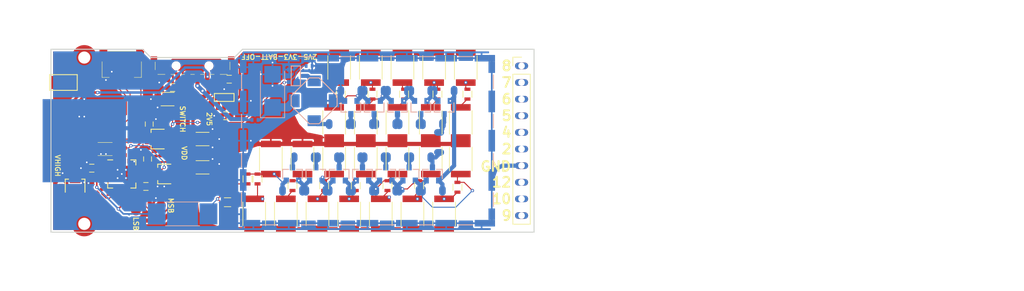
<source format=kicad_pcb>
(kicad_pcb (version 4) (host pcbnew 4.0.2-stable)
  (layers (0 F.Cu signal) (1 In1.Cu signal hide) (2 In2.Cu signal hide) (31 B.Cu signal) (34 B.Paste user) (35 F.Paste user) (36 B.SilkS user) (37 F.SilkS user) (38 B.Mask user) (39 F.Mask user) (44 Edge.Cuts user))
  (net 0 "")
  (net 1 +BATT)
  (net 2 GND)
  (net 3 "Net-(C1-Pad1)")
  (net 4 "Net-(C1-Pad2)")
  (net 5 "Net-(C3-Pad1)")
  (net 6 "Net-(C5-Pad1)")
  (net 7 "Net-(C7-Pad1)")
  (net 8 "Net-(C11-Pad2)")
  (net 9 "Net-(C11-Pad1)")
  (net 10 "Net-(C13-Pad1)")
  (net 11 "Net-(C15-Pad1)")
  (net 12 "Net-(C17-Pad1)")
  (net 13 "Net-(C19-Pad1)")
  (net 14 "Net-(C21-Pad1)")
  (net 15 "Net-(C23-Pad1)")
  (net 16 "Net-(C49-Pad1)")
  (net 17 VDDA)
  (net 18 "Net-(C51-Pad1)")
  (net 19 VDD)
  (net 20 "Net-(C55-Pad1)")
  (net 21 "Net-(C55-Pad2)")
  (net 22 "Net-(C57-Pad1)")
  (net 23 RIN)
  (net 24 +2V5)
  (net 25 +3V3)
  (net 26 "Net-(J2-Pad7)")
  (net 27 "Net-(J2-Pad8)")
  (net 28 "Net-(J2-Pad9)")
  (net 29 "Net-(J2-Pad10)")
  (net 30 "Net-(J2-Pad11)")
  (net 31 "Net-(J2-Pad12)")
  (net 32 "Net-(J2-Pad13)")
  (net 33 "Net-(J2-Pad14)")
  (net 34 "Net-(J2-Pad15)")
  (net 35 "Net-(J2-Pad16)")
  (net 36 SCLKIN)
  (net 37 "Net-(J2-Pad18)")
  (net 38 MOSIIN)
  (net 39 "Net-(J2-Pad20)")
  (net 40 ~CSNIN)
  (net 41 "Net-(J2-Pad22)")
  (net 42 "Net-(J2-Pad23)")
  (net 43 "Net-(J2-Pad24)")
  (net 44 "Net-(J2-Pad25)")
  (net 45 "Net-(J2-Pad26)")
  (net 46 "Net-(J2-Pad27)")
  (net 47 "Net-(J2-Pad28)")
  (net 48 "Net-(J2-Pad29)")
  (net 49 "Net-(J2-Pad30)")
  (net 50 SWITCH)
  (net 51 "Net-(Q1-Pad2)")
  (net 52 "Net-(R14-Pad1)")
  (net 53 "Net-(R15-Pad2)")
  (net 54 "Net-(R18-Pad1)")
  (net 55 HVR)
  (net 56 "Net-(R19-Pad1)")
  (net 57 "Net-(R20-Pad1)")
  (net 58 RESET)
  (net 59 "Net-(RV2-Pad2)")
  (net 60 "Net-(RV2-Pad1)")
  (net 61 "Net-(RV3-Pad1)")
  (net 62 "Net-(S1-Pad6)")
  (net 63 SCLK)
  (net 64 MOSI)
  (net 65 ~CSN)
  (net 66 VDDD)
  (net 67 ST1)
  (net 68 ST2)
  (net 69 ST3)
  (net 70 ST4)
  (net 71 ST5)
  (net 72 ST6)
  (net 73 ST7)
  (net 74 ST8)
  (net 75 ST9)
  (net 76 ST10)
  (net 77 ST11)
  (net 78 ST12)
  (net 79 "Net-(C2-Pad1)")
  (net 80 "Net-(C26-Pad1)")
  (net 81 "Net-(C27-Pad1)")
  (net 82 "Net-(C10-Pad2)")
  (net 83 "Net-(C10-Pad1)")
  (net 84 "Net-(C12-Pad1)")
  (net 85 "Net-(C14-Pad1)")
  (net 86 "Net-(C16-Pad1)")
  (net 87 "Net-(C18-Pad1)")
  (net 88 "Net-(C20-Pad1)")
  (net 89 "Net-(C22-Pad1)")
  (net 90 "Net-(C24-Pad1)")
  (net 91 "Net-(R24-Pad2)")
  (net 92 "Net-(C56-Pad1)")
  (net 93 "Net-(C58-Pad1)")
  (module HVTest:via-stich-20mil (layer F.Cu) (at 107.061 104.902)
    (fp_text reference REF** hide)
    (fp_text value via-stich-20mil hide)
    (pad 1 thru_hole circle (at 0 0) (size 0.508 0.508) (drill 0.254) (layers *.Cu) (net 2 GND))
  )
  (module HVTest:via-stich-20mil (layer F.Cu) (at 107.315 108.077)
    (fp_text reference REF** hide)
    (fp_text value via-stich-20mil hide)
    (pad 1 thru_hole circle (at 0 0) (size 0.508 0.508) (drill 0.254) (layers *.Cu) (net 2 GND))
  )
  (module HVTest:via-stich-20mil (layer F.Cu) (at 106.68 107.95)
    (fp_text reference REF** hide)
    (fp_text value via-stich-20mil hide)
    (pad 1 thru_hole circle (at 0 0) (size 0.508 0.508) (drill 0.254) (layers *.Cu) (net 2 GND))
  )
  (module HVTest:via-stich-20mil (layer F.Cu) (at 118.11 92.71)
    (fp_text reference REF** hide)
    (fp_text value via-stich-20mil hide)
    (pad 1 thru_hole circle (at 0 0) (size 0.508 0.508) (drill 0.254) (layers *.Cu) (net 2 GND))
  )
  (module HVTest:via-stich-20mil (layer F.Cu) (at 126.492 97.79)
    (fp_text reference REF** hide)
    (fp_text value via-stich-20mil hide)
    (pad 1 thru_hole circle (at 0 0) (size 0.508 0.508) (drill 0.254) (layers *.Cu) (net 2 GND))
  )
  (module HVTest:via-stich-20mil (layer F.Cu) (at 103.378 106.553)
    (fp_text reference REF** hide)
    (fp_text value via-stich-20mil hide)
    (pad 1 thru_hole circle (at 0 0) (size 0.508 0.508) (drill 0.254) (layers *.Cu) (net 2 GND))
  )
  (module HVTest:via-stich-20mil (layer F.Cu) (at 132.08 101.6)
    (fp_text reference REF** hide)
    (fp_text value via-stich-20mil hide)
    (pad 1 thru_hole circle (at 0 0) (size 0.508 0.508) (drill 0.254) (layers *.Cu) (net 2 GND))
  )
  (module HVTest:via-stich-20mil (layer F.Cu) (at 132.08 95.504)
    (fp_text reference REF** hide)
    (fp_text value via-stich-20mil hide)
    (pad 1 thru_hole circle (at 0 0) (size 0.508 0.508) (drill 0.254) (layers *.Cu) (net 2 GND))
  )
  (module HVTest:via-stich-20mil (layer F.Cu) (at 135.382 89.662)
    (fp_text reference REF** hide)
    (fp_text value via-stich-20mil hide)
    (pad 1 thru_hole circle (at 0 0) (size 0.508 0.508) (drill 0.254) (layers *.Cu) (net 2 GND))
  )
  (module HVTest:via-stich-20mil (layer F.Cu) (at 135.382 93.218)
    (fp_text reference REF** hide)
    (fp_text value via-stich-20mil hide)
    (pad 1 thru_hole circle (at 0 0) (size 0.508 0.508) (drill 0.254) (layers *.Cu) (net 2 GND))
  )
  (module HVTest:via-stich-20mil (layer F.Cu) (at 133.604 91.44)
    (fp_text reference REF** hide)
    (fp_text value via-stich-20mil hide)
    (pad 1 thru_hole circle (at 0 0) (size 0.508 0.508) (drill 0.254) (layers *.Cu) (net 2 GND))
  )
  (module HVTest:via-stich-20mil (layer F.Cu) (at 128.016 93.726)
    (fp_text reference REF** hide)
    (fp_text value via-stich-20mil hide)
    (pad 1 thru_hole circle (at 0 0) (size 0.508 0.508) (drill 0.254) (layers *.Cu) (net 2 GND))
  )
  (module HVTest:via-stich-20mil (layer F.Cu) (at 117.856 96.52)
    (fp_text reference REF** hide)
    (fp_text value via-stich-20mil hide)
    (pad 1 thru_hole circle (at 0 0) (size 0.508 0.508) (drill 0.254) (layers *.Cu) (net 2 GND))
  )
  (module HVTest:via-stich-20mil (layer F.Cu) (at 116.84 95.25)
    (fp_text reference REF** hide)
    (fp_text value via-stich-20mil hide)
    (pad 1 thru_hole circle (at 0 0) (size 0.508 0.508) (drill 0.254) (layers *.Cu) (net 2 GND))
  )
  (module HVTest:via-stich-20mil (layer F.Cu) (at 117.602 98.298)
    (fp_text reference REF** hide)
    (fp_text value via-stich-20mil hide)
    (pad 1 thru_hole circle (at 0 0) (size 0.508 0.508) (drill 0.254) (layers *.Cu) (net 2 GND))
  )
  (module HVTest:via-stich-20mil (layer F.Cu) (at 126.238 99.822)
    (fp_text reference REF** hide)
    (fp_text value via-stich-20mil hide)
    (pad 1 thru_hole circle (at 0 0) (size 0.508 0.508) (drill 0.254) (layers *.Cu) (net 2 GND))
  )
  (module HVTest:via-stich-20mil (layer F.Cu) (at 126.238 102.616)
    (fp_text reference REF** hide)
    (fp_text value via-stich-20mil hide)
    (pad 1 thru_hole circle (at 0 0) (size 0.508 0.508) (drill 0.254) (layers *.Cu) (net 2 GND))
  )
  (module HVTest:via-stich-20mil (layer F.Cu) (at 127.254 101.346)
    (fp_text reference REF** hide)
    (fp_text value via-stich-20mil hide)
    (pad 1 thru_hole circle (at 0 0) (size 0.508 0.508) (drill 0.254) (layers *.Cu) (net 2 GND))
  )
  (module HVTest:via-stich-20mil (layer F.Cu) (at 127.254 105.156)
    (fp_text reference REF** hide)
    (fp_text value via-stich-20mil hide)
    (pad 1 thru_hole circle (at 0 0) (size 0.508 0.508) (drill 0.254) (layers *.Cu) (net 2 GND))
  )
  (module HVTest:via-stich-20mil (layer F.Cu) (at 126.238 104.394)
    (fp_text reference REF** hide)
    (fp_text value via-stich-20mil hide)
    (pad 1 thru_hole circle (at 0 0) (size 0.508 0.508) (drill 0.254) (layers *.Cu) (net 2 GND))
  )
  (module HVTest:via-stich-20mil (layer F.Cu) (at 110.871 91.059)
    (fp_text reference REF** hide)
    (fp_text value via-stich-20mil hide)
    (pad 1 thru_hole circle (at 0 0) (size 0.508 0.508) (drill 0.254) (layers *.Cu) (net 2 GND))
  )
  (module HVTest:via-stich-20mil (layer F.Cu) (at 109.982 92.329)
    (fp_text reference REF** hide)
    (fp_text value via-stich-20mil hide)
    (pad 1 thru_hole circle (at 0 0) (size 0.508 0.508) (drill 0.254) (layers *.Cu) (net 2 GND))
  )
  (module HVTest:via-stich-20mil (layer F.Cu) (at 106.68 95.25)
    (fp_text reference REF** hide)
    (fp_text value via-stich-20mil hide)
    (pad 1 thru_hole circle (at 0 0) (size 0.508 0.508) (drill 0.254) (layers *.Cu) (net 2 GND))
  )
  (module HVTest:via-stich-20mil (layer F.Cu) (at 106.68 97.917)
    (fp_text reference REF** hide)
    (fp_text value via-stich-20mil hide)
    (pad 1 thru_hole circle (at 0 0) (size 0.508 0.508) (drill 0.254) (layers *.Cu) (net 2 GND))
  )
  (module HVTest:CheetahSocket (layer F.Cu) (at 109.22 98.425)
    (fp_text reference J2 hide)
    (fp_text value HIROSE-DF12 hide)
    (pad 1 smd rect (at -3.5 1.8) (size 0.28 1.6) (layers F.Cu F.Paste F.Mask) (net 25 +3V3))
    (pad 2 smd rect (at -3.5 -1.8) (size 0.28 1.6) (layers F.Cu F.Paste F.Mask) (net 2 GND))
    (pad 3 smd rect (at -3 1.8) (size 0.28 1.6) (layers F.Cu F.Paste F.Mask) (net 25 +3V3))
    (pad 4 smd rect (at -3 -1.8) (size 0.28 1.6) (layers F.Cu F.Paste F.Mask) (net 2 GND))
    (pad 5 smd rect (at -2.5 1.8) (size 0.28 1.6) (layers F.Cu F.Paste F.Mask) (net 25 +3V3))
    (pad 6 smd rect (at -2.5 -1.8) (size 0.28 1.6) (layers F.Cu F.Paste F.Mask) (net 2 GND))
    (pad 7 smd rect (at -2 1.8) (size 0.28 1.6) (layers F.Cu F.Paste F.Mask) (net 26 "Net-(J2-Pad7)"))
    (pad 8 smd rect (at -2 -1.8) (size 0.28 1.6) (layers F.Cu F.Paste F.Mask) (net 27 "Net-(J2-Pad8)"))
    (pad 9 smd rect (at -1.5 1.8) (size 0.28 1.6) (layers F.Cu F.Paste F.Mask) (net 28 "Net-(J2-Pad9)"))
    (pad 10 smd rect (at -1.5 -1.8) (size 0.28 1.6) (layers F.Cu F.Paste F.Mask) (net 29 "Net-(J2-Pad10)"))
    (pad 11 smd rect (at -1 1.8) (size 0.28 1.6) (layers F.Cu F.Paste F.Mask) (net 30 "Net-(J2-Pad11)"))
    (pad 12 smd rect (at -1 -1.8) (size 0.28 1.6) (layers F.Cu F.Paste F.Mask) (net 31 "Net-(J2-Pad12)"))
    (pad 13 smd rect (at -0.5 1.8) (size 0.28 1.6) (layers F.Cu F.Paste F.Mask) (net 32 "Net-(J2-Pad13)"))
    (pad 14 smd rect (at -0.5 -1.8) (size 0.28 1.6) (layers F.Cu F.Paste F.Mask) (net 33 "Net-(J2-Pad14)"))
    (pad 15 smd rect (at 0 1.8) (size 0.28 1.6) (layers F.Cu F.Paste F.Mask) (net 34 "Net-(J2-Pad15)"))
    (pad 16 smd rect (at 0 -1.8) (size 0.28 1.6) (layers F.Cu F.Paste F.Mask) (net 35 "Net-(J2-Pad16)"))
    (pad 17 smd rect (at 0.5 1.8) (size 0.28 1.6) (layers F.Cu F.Paste F.Mask) (net 36 SCLKIN))
    (pad 18 smd rect (at 0.5 -1.8) (size 0.28 1.6) (layers F.Cu F.Paste F.Mask) (net 37 "Net-(J2-Pad18)"))
    (pad 19 smd rect (at 1 1.8) (size 0.28 1.6) (layers F.Cu F.Paste F.Mask) (net 38 MOSIIN))
    (pad 20 smd rect (at 1 -1.8) (size 0.28 1.6) (layers F.Cu F.Paste F.Mask) (net 39 "Net-(J2-Pad20)"))
    (pad 21 smd rect (at 1.5 1.8) (size 0.28 1.6) (layers F.Cu F.Paste F.Mask) (net 40 ~CSNIN))
    (pad 22 smd rect (at 1.5 -1.8) (size 0.28 1.6) (layers F.Cu F.Paste F.Mask) (net 41 "Net-(J2-Pad22)"))
    (pad 23 smd rect (at 2 1.8) (size 0.28 1.6) (layers F.Cu F.Paste F.Mask) (net 42 "Net-(J2-Pad23)"))
    (pad 24 smd rect (at 2 -1.8) (size 0.28 1.6) (layers F.Cu F.Paste F.Mask) (net 43 "Net-(J2-Pad24)"))
    (pad 25 smd rect (at 2.5 1.8) (size 0.28 1.6) (layers F.Cu F.Paste F.Mask) (net 44 "Net-(J2-Pad25)"))
    (pad 26 smd rect (at 2.5 -1.8) (size 0.28 1.6) (layers F.Cu F.Paste F.Mask) (net 45 "Net-(J2-Pad26)"))
    (pad 27 smd rect (at 3 1.8) (size 0.28 1.6) (layers F.Cu F.Paste F.Mask) (net 46 "Net-(J2-Pad27)"))
    (pad 28 smd rect (at 3 -1.8) (size 0.28 1.6) (layers F.Cu F.Paste F.Mask) (net 47 "Net-(J2-Pad28)"))
    (pad 29 smd rect (at 3.5 1.8) (size 0.28 1.6) (layers F.Cu F.Paste F.Mask) (net 48 "Net-(J2-Pad29)"))
    (pad 30 smd rect (at 3.5 -1.8) (size 0.28 1.6) (layers F.Cu F.Paste F.Mask) (net 49 "Net-(J2-Pad30)"))
    (pad "" smd rect (at -5.2 0) (size 0.8 1.8) (layers F.Cu F.Paste F.Mask))
    (pad "" smd rect (at 5.2 0) (size 0.8 1.8) (layers F.Cu F.Paste F.Mask))
  )
  (module HVTest:via-stich-20mil (layer F.Cu) (at 114.3 104.775)
    (fp_text reference REF** hide)
    (fp_text value via-stich-20mil hide)
    (pad 1 thru_hole circle (at 0 0) (size 0.508 0.508) (drill 0.254) (layers *.Cu) (net 2 GND))
  )
  (module HVTest:via-stich-20mil (layer F.Cu) (at 115.316 102.997)
    (fp_text reference REF** hide)
    (fp_text value via-stich-20mil hide)
    (pad 1 thru_hole circle (at 0 0) (size 0.508 0.508) (drill 0.254) (layers *.Cu) (net 2 GND))
  )
  (module HVTest:via-stich-20mil (layer F.Cu) (at 117.602 110.363)
    (fp_text reference REF** hide)
    (fp_text value via-stich-20mil hide)
    (pad 1 thru_hole circle (at 0 0) (size 0.508 0.508) (drill 0.254) (layers *.Cu) (net 2 GND))
  )
  (module HVTest:via-stich-20mil (layer F.Cu) (at 118.872 108.585)
    (fp_text reference REF** hide)
    (fp_text value via-stich-20mil hide)
    (pad 1 thru_hole circle (at 0 0) (size 0.508 0.508) (drill 0.254) (layers *.Cu) (net 2 GND))
  )
  (module HVTest:via-stich-20mil (layer F.Cu) (at 117.856 108.585)
    (fp_text reference REF** hide)
    (fp_text value via-stich-20mil hide)
    (pad 1 thru_hole circle (at 0 0) (size 0.508 0.508) (drill 0.254) (layers *.Cu) (net 2 GND))
  )
  (module HVTest:via-stich-20mil (layer F.Cu) (at 113.03 107.315)
    (fp_text reference REF** hide)
    (fp_text value via-stich-20mil hide)
    (pad 1 thru_hole circle (at 0 0) (size 0.508 0.508) (drill 0.254) (layers *.Cu) (net 2 GND))
  )
  (module HVTest:via-stich-20mil (layer F.Cu) (at 111.76 107.315)
    (fp_text reference REF** hide)
    (fp_text value via-stich-20mil hide)
    (pad 1 thru_hole circle (at 0 0) (size 0.508 0.508) (drill 0.254) (layers *.Cu) (net 2 GND))
  )
  (module HVTest:via-stich-20mil (layer F.Cu) (at 112.395 106.68)
    (fp_text reference REF** hide)
    (fp_text value via-stich-20mil hide)
    (pad 1 thru_hole circle (at 0 0) (size 0.508 0.508) (drill 0.254) (layers *.Cu) (net 2 GND))
  )
  (module HVTest:via-stich-20mil (layer F.Cu) (at 113.03 106.045)
    (fp_text reference REF** hide)
    (fp_text value via-stich-20mil hide)
    (pad 1 thru_hole circle (at 0 0) (size 0.508 0.508) (drill 0.254) (layers *.Cu) (net 2 GND))
  )
  (module HVTest:via-stich-20mil (layer F.Cu) (at 111.76 106.045)
    (fp_text reference REF** hide)
    (fp_text value via-stich-20mil hide)
    (pad 1 thru_hole circle (at 0 0) (size 0.508 0.508) (drill 0.254) (layers *.Cu) (net 2 GND))
  )
  (module HVTest:via-stich-20mil (layer F.Cu) (at 106.172 105.791)
    (fp_text reference REF** hide)
    (fp_text value via-stich-20mil hide)
    (pad 1 thru_hole circle (at 0 0) (size 0.508 0.508) (drill 0.254) (layers *.Cu) (net 2 GND))
  )
  (module HVTest:via-stich-20mil (layer F.Cu) (at 109.982 103.632)
    (fp_text reference REF** hide)
    (fp_text value via-stich-20mil hide)
    (pad 1 thru_hole circle (at 0 0) (size 0.508 0.508) (drill 0.254) (layers *.Cu) (net 2 GND))
  )
  (module HVTest:via-stich-20mil (layer F.Cu) (at 105.918 97.917)
    (fp_text reference REF** hide)
    (fp_text value via-stich-20mil hide)
    (pad 1 thru_hole circle (at 0 0) (size 0.508 0.508) (drill 0.254) (layers *.Cu) (net 2 GND))
  )
  (module HVTest:CUS-14TB (layer F.Cu) (at 123.19 90.17 180)
    (fp_text reference S1 hide)
    (fp_text value SP4T hide)
    (pad 1 smd rect (at -3.75 -1.75 180) (size 0.7 1.5) (layers F.Cu F.Paste F.Mask) (net 24 +2V5))
    (pad 2 smd rect (at -2.25 -1.75 180) (size 0.7 1.5) (layers F.Cu F.Paste F.Mask) (net 25 +3V3))
    (pad 3 smd rect (at -0.75 -1.75 180) (size 0.7 1.5) (layers F.Cu F.Paste F.Mask) (net 19 VDD))
    (pad "" smd rect (at 5.9 -1.05 180) (size 1 0.8) (layers F.Cu F.Paste F.Mask))
    (pad "" smd rect (at 5.9 1.05 180) (size 1 0.8) (layers F.Cu F.Paste F.Mask))
    (pad "" smd rect (at -5.9 1.05 180) (size 1 0.8) (layers F.Cu F.Paste F.Mask))
    (pad "" smd rect (at -5.9 -1.05 180) (size 1 0.8) (layers F.Cu F.Paste F.Mask))
    (pad "" np_thru_hole circle (at 2.5 0 180) (size 0.9 0.9) (drill 0.9) (layers *.Cu *.Mask))
    (pad "" np_thru_hole circle (at -2.5 0 180) (size 0.9 0.9) (drill 0.9) (layers *.Cu *.Mask))
    (pad 4 smd rect (at 0.75 -1.75 180) (size 0.7 1.5) (layers F.Cu F.Paste F.Mask) (net 19 VDD))
    (pad 5 smd rect (at 2.25 -1.75 180) (size 0.7 1.5) (layers F.Cu F.Paste F.Mask) (net 1 +BATT))
    (pad 6 smd rect (at 3.75 -1.75 180) (size 0.7 1.5) (layers F.Cu F.Paste F.Mask) (net 62 "Net-(S1-Pad6)"))
  )
  (module HVTest:HV-1206 (layer B.Cu) (at 145.542 99.06 180)
    (fp_text reference C1 hide)
    (fp_text value 0.1uF)
    (pad 1 smd oval (at -1.524 0 180) (size 1.016 1.524) (layers B.Cu B.Paste B.Mask) (net 3 "Net-(C1-Pad1)"))
    (pad 2 smd oval (at 1.524 0 180) (size 1.016 1.524) (layers B.Cu B.Paste B.Mask) (net 4 "Net-(C1-Pad2)"))
  )
  (module HVTest:HV-1206 (layer B.Cu) (at 147.32 93.98 180)
    (fp_text reference C2 hide)
    (fp_text value 0.1uF)
    (pad 1 smd oval (at -1.524 0 180) (size 1.016 1.524) (layers B.Cu B.Paste B.Mask) (net 79 "Net-(C2-Pad1)"))
    (pad 2 smd oval (at 1.524 0 180) (size 1.016 1.524) (layers B.Cu B.Paste B.Mask) (net 2 GND))
  )
  (module HVTest:HV-1206 (layer B.Cu) (at 149.098 99.06 180)
    (fp_text reference C3 hide)
    (fp_text value 0.1uF)
    (pad 1 smd oval (at -1.524 0 180) (size 1.016 1.524) (layers B.Cu B.Paste B.Mask) (net 5 "Net-(C3-Pad1)"))
    (pad 2 smd oval (at 1.524 0 180) (size 1.016 1.524) (layers B.Cu B.Paste B.Mask) (net 3 "Net-(C1-Pad1)"))
  )
  (module HVTest:HV-1206 (layer B.Cu) (at 150.876 93.98 180)
    (fp_text reference C4 hide)
    (fp_text value 0.1uF)
    (pad 1 smd oval (at -1.524 0 180) (size 1.016 1.524) (layers B.Cu B.Paste B.Mask) (net 80 "Net-(C26-Pad1)"))
    (pad 2 smd oval (at 1.524 0 180) (size 1.016 1.524) (layers B.Cu B.Paste B.Mask) (net 79 "Net-(C2-Pad1)"))
  )
  (module HVTest:HV-1206 (layer B.Cu) (at 152.654 99.06 180)
    (fp_text reference C5 hide)
    (fp_text value 0.1uF)
    (pad 1 smd oval (at -1.524 0 180) (size 1.016 1.524) (layers B.Cu B.Paste B.Mask) (net 6 "Net-(C5-Pad1)"))
    (pad 2 smd oval (at 1.524 0 180) (size 1.016 1.524) (layers B.Cu B.Paste B.Mask) (net 5 "Net-(C3-Pad1)"))
  )
  (module HVTest:HV-1206 (layer B.Cu) (at 154.432 93.98 180)
    (fp_text reference C6 hide)
    (fp_text value 0.1uF)
    (pad 1 smd oval (at -1.524 0 180) (size 1.016 1.524) (layers B.Cu B.Paste B.Mask) (net 81 "Net-(C27-Pad1)"))
    (pad 2 smd oval (at 1.524 0 180) (size 1.016 1.524) (layers B.Cu B.Paste B.Mask) (net 80 "Net-(C26-Pad1)"))
  )
  (module HVTest:HV-1206 (layer B.Cu) (at 156.21 99.06 180)
    (fp_text reference C7 hide)
    (fp_text value 0.1uF)
    (pad 1 smd oval (at -1.524 0 180) (size 1.016 1.524) (layers B.Cu B.Paste B.Mask) (net 7 "Net-(C7-Pad1)"))
    (pad 2 smd oval (at 1.524 0 180) (size 1.016 1.524) (layers B.Cu B.Paste B.Mask) (net 6 "Net-(C5-Pad1)"))
  )
  (module HVTest:HV-1206 (layer B.Cu) (at 157.988 93.98 180)
    (fp_text reference C8 hide)
    (fp_text value 0.1uF)
    (pad 1 smd oval (at -1.524 0 180) (size 1.016 1.524) (layers B.Cu B.Paste B.Mask) (net 82 "Net-(C10-Pad2)"))
    (pad 2 smd oval (at 1.524 0 180) (size 1.016 1.524) (layers B.Cu B.Paste B.Mask) (net 81 "Net-(C27-Pad1)"))
  )
  (module HVTest:HV-1206 (layer B.Cu) (at 159.766 99.06 180)
    (fp_text reference C9 hide)
    (fp_text value 0.1uF)
    (pad 1 smd oval (at -1.524 0 180) (size 1.016 1.524) (layers B.Cu B.Paste B.Mask) (net 8 "Net-(C11-Pad2)"))
    (pad 2 smd oval (at 1.524 0 180) (size 1.016 1.524) (layers B.Cu B.Paste B.Mask) (net 7 "Net-(C7-Pad1)"))
  )
  (module HVTest:HV-1206 (layer B.Cu) (at 161.544 93.98 180)
    (fp_text reference C10 hide)
    (fp_text value 0.1uF)
    (pad 1 smd oval (at -1.524 0 180) (size 1.016 1.524) (layers B.Cu B.Paste B.Mask) (net 83 "Net-(C10-Pad1)"))
    (pad 2 smd oval (at 1.524 0 180) (size 1.016 1.524) (layers B.Cu B.Paste B.Mask) (net 82 "Net-(C10-Pad2)"))
  )
  (module HVTest:HV-1206 (layer B.Cu) (at 160.782 101.854 90)
    (fp_text reference C11 hide)
    (fp_text value 0.1uF)
    (pad 1 smd oval (at -1.524 0 90) (size 1.016 1.524) (layers B.Cu B.Paste B.Mask) (net 9 "Net-(C11-Pad1)"))
    (pad 2 smd oval (at 1.524 0 90) (size 1.016 1.524) (layers B.Cu B.Paste B.Mask) (net 8 "Net-(C11-Pad2)"))
  )
  (module HVTest:HV-1206 (layer B.Cu) (at 159.766 109.22)
    (fp_text reference C12 hide)
    (fp_text value 0.1uF)
    (pad 1 smd oval (at -1.524 0) (size 1.016 1.524) (layers B.Cu B.Paste B.Mask) (net 84 "Net-(C12-Pad1)"))
    (pad 2 smd oval (at 1.524 0) (size 1.016 1.524) (layers B.Cu B.Paste B.Mask) (net 83 "Net-(C10-Pad1)"))
  )
  (module HVTest:HV-1206 (layer B.Cu) (at 157.988 104.14)
    (fp_text reference C13 hide)
    (fp_text value 0.1uF)
    (pad 1 smd oval (at -1.524 0) (size 1.016 1.524) (layers B.Cu B.Paste B.Mask) (net 10 "Net-(C13-Pad1)"))
    (pad 2 smd oval (at 1.524 0) (size 1.016 1.524) (layers B.Cu B.Paste B.Mask) (net 9 "Net-(C11-Pad1)"))
  )
  (module HVTest:HV-1206 (layer B.Cu) (at 156.21 109.22)
    (fp_text reference C14 hide)
    (fp_text value 0.1uF)
    (pad 1 smd oval (at -1.524 0) (size 1.016 1.524) (layers B.Cu B.Paste B.Mask) (net 85 "Net-(C14-Pad1)"))
    (pad 2 smd oval (at 1.524 0) (size 1.016 1.524) (layers B.Cu B.Paste B.Mask) (net 84 "Net-(C12-Pad1)"))
  )
  (module HVTest:HV-1206 (layer B.Cu) (at 154.432 104.14)
    (fp_text reference C15 hide)
    (fp_text value 0.1uF)
    (pad 1 smd oval (at -1.524 0) (size 1.016 1.524) (layers B.Cu B.Paste B.Mask) (net 11 "Net-(C15-Pad1)"))
    (pad 2 smd oval (at 1.524 0) (size 1.016 1.524) (layers B.Cu B.Paste B.Mask) (net 10 "Net-(C13-Pad1)"))
  )
  (module HVTest:HV-1206 (layer B.Cu) (at 152.654 109.22)
    (fp_text reference C16 hide)
    (fp_text value 0.1uF)
    (pad 1 smd oval (at -1.524 0) (size 1.016 1.524) (layers B.Cu B.Paste B.Mask) (net 86 "Net-(C16-Pad1)"))
    (pad 2 smd oval (at 1.524 0) (size 1.016 1.524) (layers B.Cu B.Paste B.Mask) (net 85 "Net-(C14-Pad1)"))
  )
  (module HVTest:HV-1206 (layer B.Cu) (at 150.876 104.14)
    (fp_text reference C17 hide)
    (fp_text value 0.1uF)
    (pad 1 smd oval (at -1.524 0) (size 1.016 1.524) (layers B.Cu B.Paste B.Mask) (net 12 "Net-(C17-Pad1)"))
    (pad 2 smd oval (at 1.524 0) (size 1.016 1.524) (layers B.Cu B.Paste B.Mask) (net 11 "Net-(C15-Pad1)"))
  )
  (module HVTest:HV-1206 (layer B.Cu) (at 149.098 109.22)
    (fp_text reference C18 hide)
    (fp_text value 0.1uF)
    (pad 1 smd oval (at -1.524 0) (size 1.016 1.524) (layers B.Cu B.Paste B.Mask) (net 87 "Net-(C18-Pad1)"))
    (pad 2 smd oval (at 1.524 0) (size 1.016 1.524) (layers B.Cu B.Paste B.Mask) (net 86 "Net-(C16-Pad1)"))
  )
  (module HVTest:HV-1206 (layer B.Cu) (at 147.32 104.14)
    (fp_text reference C19 hide)
    (fp_text value 0.1uF)
    (pad 1 smd oval (at -1.524 0) (size 1.016 1.524) (layers B.Cu B.Paste B.Mask) (net 13 "Net-(C19-Pad1)"))
    (pad 2 smd oval (at 1.524 0) (size 1.016 1.524) (layers B.Cu B.Paste B.Mask) (net 12 "Net-(C17-Pad1)"))
  )
  (module HVTest:HV-1206 (layer B.Cu) (at 145.542 109.22)
    (fp_text reference C20 hide)
    (fp_text value 0.1uF)
    (pad 1 smd oval (at -1.524 0) (size 1.016 1.524) (layers B.Cu B.Paste B.Mask) (net 88 "Net-(C20-Pad1)"))
    (pad 2 smd oval (at 1.524 0) (size 1.016 1.524) (layers B.Cu B.Paste B.Mask) (net 87 "Net-(C18-Pad1)"))
  )
  (module HVTest:HV-1206 (layer B.Cu) (at 143.764 104.14)
    (fp_text reference C21 hide)
    (fp_text value 0.1uF)
    (pad 1 smd oval (at -1.524 0) (size 1.016 1.524) (layers B.Cu B.Paste B.Mask) (net 14 "Net-(C21-Pad1)"))
    (pad 2 smd oval (at 1.524 0) (size 1.016 1.524) (layers B.Cu B.Paste B.Mask) (net 13 "Net-(C19-Pad1)"))
  )
  (module HVTest:HV-1206 (layer B.Cu) (at 141.986 109.22)
    (fp_text reference C22 hide)
    (fp_text value 0.1uF)
    (pad 1 smd oval (at -1.524 0) (size 1.016 1.524) (layers B.Cu B.Paste B.Mask) (net 89 "Net-(C22-Pad1)"))
    (pad 2 smd oval (at 1.524 0) (size 1.016 1.524) (layers B.Cu B.Paste B.Mask) (net 88 "Net-(C20-Pad1)"))
  )
  (module HVTest:HV-1206 (layer B.Cu) (at 140.208 104.14)
    (fp_text reference C23 hide)
    (fp_text value 0.1uF)
    (pad 1 smd oval (at -1.524 0) (size 1.016 1.524) (layers B.Cu B.Paste B.Mask) (net 15 "Net-(C23-Pad1)"))
    (pad 2 smd oval (at 1.524 0) (size 1.016 1.524) (layers B.Cu B.Paste B.Mask) (net 14 "Net-(C21-Pad1)"))
  )
  (module HVTest:HV-1206 (layer B.Cu) (at 138.43 109.22)
    (fp_text reference C24 hide)
    (fp_text value 0.1uF)
    (pad 1 smd oval (at -1.524 0) (size 1.016 1.524) (layers B.Cu B.Paste B.Mask) (net 90 "Net-(C24-Pad1)"))
    (pad 2 smd oval (at 1.524 0) (size 1.016 1.524) (layers B.Cu B.Paste B.Mask) (net 89 "Net-(C22-Pad1)"))
  )
  (module Capacitors_Tantalum_SMD:CP_Tantalum_Case-C_EIA-6032-28_Reflow (layer B.Cu) (at 135.382 93.98 90)
    (fp_text reference C49 hide)
    (fp_text value 100uF)
    (pad 1 smd rect (at -2.525 0 90) (size 2.55 2.5) (layers B.Cu B.Paste B.Mask) (net 16 "Net-(C49-Pad1)"))
    (pad 2 smd rect (at 2.525 0 90) (size 2.55 2.5) (layers B.Cu B.Paste B.Mask) (net 2 GND))
  )
  (module Capacitors_SMD:C_0603 (layer F.Cu) (at 116.078 108.585 180)
    (fp_text reference C50 hide)
    (fp_text value 1uF)
    (pad 2 smd rect (at 0.75 0 180) (size 0.8 0.75) (layers F.Cu F.Paste F.Mask) (net 17 VDDA))
    (pad 1 smd rect (at -0.75 0 180) (size 0.8 0.75) (layers F.Cu F.Paste F.Mask) (net 2 GND))
  )
  (module Capacitors_SMD:C_0603 (layer F.Cu) (at 107.823 105.791 180)
    (fp_text reference C51 hide)
    (fp_text value 1uF)
    (pad 2 smd rect (at 0.75 0 180) (size 0.8 0.75) (layers F.Cu F.Paste F.Mask) (net 2 GND))
    (pad 1 smd rect (at -0.75 0 180) (size 0.8 0.75) (layers F.Cu F.Paste F.Mask) (net 18 "Net-(C51-Pad1)"))
  )
  (module Capacitors_SMD:C_0402_NoSilk (layer F.Cu) (at 115.824 107.696 180)
    (fp_text reference C52 hide)
    (fp_text value 0.1uF)
    (pad 1 smd rect (at -0.55 0 180) (size 0.6 0.5) (layers F.Cu F.Paste F.Mask) (net 2 GND))
    (pad 2 smd rect (at 0.55 0 180) (size 0.6 0.5) (layers F.Cu F.Paste F.Mask) (net 17 VDDA))
  )
  (module Capacitors_SMD:C_0603 (layer F.Cu) (at 116.332 104.394 270)
    (fp_text reference C53 hide)
    (fp_text value 1uF)
    (pad 2 smd rect (at 0.75 0 270) (size 0.8 0.75) (layers F.Cu F.Paste F.Mask) (net 66 VDDD))
    (pad 1 smd rect (at -0.75 0 270) (size 0.8 0.75) (layers F.Cu F.Paste F.Mask) (net 2 GND))
  )
  (module Capacitors_SMD:C_0402_NoSilk (layer F.Cu) (at 115.316 104.648 270)
    (fp_text reference C54 hide)
    (fp_text value 0.1uF)
    (pad 1 smd rect (at -0.55 0 270) (size 0.6 0.5) (layers F.Cu F.Paste F.Mask) (net 2 GND))
    (pad 2 smd rect (at 0.55 0 270) (size 0.6 0.5) (layers F.Cu F.Paste F.Mask) (net 66 VDDD))
  )
  (module Capacitors_SMD:C_0402_NoSilk (layer F.Cu) (at 111.887 110.236 90)
    (fp_text reference C55 hide)
    (fp_text value 3.3nF)
    (pad 1 smd rect (at -0.55 0 90) (size 0.6 0.5) (layers F.Cu F.Paste F.Mask) (net 20 "Net-(C55-Pad1)"))
    (pad 2 smd rect (at 0.55 0 90) (size 0.6 0.5) (layers F.Cu F.Paste F.Mask) (net 21 "Net-(C55-Pad2)"))
  )
  (module Capacitors_SMD:C_0402_NoSilk (layer F.Cu) (at 116.078 111.125)
    (fp_text reference C56 hide)
    (fp_text value 0.1uF)
    (pad 1 smd rect (at -0.55 0) (size 0.6 0.5) (layers F.Cu F.Paste F.Mask) (net 92 "Net-(C56-Pad1)"))
    (pad 2 smd rect (at 0.55 0) (size 0.6 0.5) (layers F.Cu F.Paste F.Mask) (net 2 GND))
  )
  (module Capacitors_SMD:C_0402_NoSilk (layer F.Cu) (at 116.078 110.363)
    (fp_text reference C58 hide)
    (fp_text value 0.1uF)
    (pad 1 smd rect (at -0.55 0) (size 0.6 0.5) (layers F.Cu F.Paste F.Mask) (net 93 "Net-(C58-Pad1)"))
    (pad 2 smd rect (at 0.55 0) (size 0.6 0.5) (layers F.Cu F.Paste F.Mask) (net 2 GND))
  )
  (module Capacitors_SMD:C_0603 (layer F.Cu) (at 128.27 97.79)
    (fp_text reference C59 hide)
    (fp_text value 1uF)
    (pad 2 smd rect (at 0.75 0) (size 0.8 0.75) (layers F.Cu F.Paste F.Mask) (net 1 +BATT))
    (pad 1 smd rect (at -0.75 0) (size 0.8 0.75) (layers F.Cu F.Paste F.Mask) (net 2 GND))
  )
  (module Capacitors_SMD:C_0603 (layer F.Cu) (at 128.778 92.202 180)
    (fp_text reference C60 hide)
    (fp_text value 1uF)
    (pad 2 smd rect (at 0.75 0 180) (size 0.8 0.75) (layers F.Cu F.Paste F.Mask) (net 24 +2V5))
    (pad 1 smd rect (at -0.75 0 180) (size 0.8 0.75) (layers F.Cu F.Paste F.Mask) (net 2 GND))
  )
  (module HVTest:SOT23 (layer B.Cu) (at 147.32 96.52 180)
    (fp_text reference D1 hide)
    (fp_text value MMBD3004S hide)
    (pad 1 smd rect (at 0.95 1 180) (size 0.8 0.9) (layers B.Cu B.Paste B.Mask) (net 2 GND))
    (pad 2 smd rect (at 0 -1 180) (size 0.8 0.9) (layers B.Cu B.Paste B.Mask) (net 3 "Net-(C1-Pad1)"))
    (pad 3 smd rect (at -0.95 1 180) (size 0.8 0.9) (layers B.Cu B.Paste B.Mask) (net 79 "Net-(C2-Pad1)"))
  )
  (module HVTest:SOT23 (layer B.Cu) (at 150.876 96.52 180)
    (fp_text reference D2 hide)
    (fp_text value MMBD3004S hide)
    (pad 1 smd rect (at 0.95 1 180) (size 0.8 0.9) (layers B.Cu B.Paste B.Mask) (net 79 "Net-(C2-Pad1)"))
    (pad 2 smd rect (at 0 -1 180) (size 0.8 0.9) (layers B.Cu B.Paste B.Mask) (net 5 "Net-(C3-Pad1)"))
    (pad 3 smd rect (at -0.95 1 180) (size 0.8 0.9) (layers B.Cu B.Paste B.Mask) (net 80 "Net-(C26-Pad1)"))
  )
  (module HVTest:SOT23 (layer B.Cu) (at 154.432 96.52 180)
    (fp_text reference D3 hide)
    (fp_text value MMBD3004S hide)
    (pad 1 smd rect (at 0.95 1 180) (size 0.8 0.9) (layers B.Cu B.Paste B.Mask) (net 80 "Net-(C26-Pad1)"))
    (pad 2 smd rect (at 0 -1 180) (size 0.8 0.9) (layers B.Cu B.Paste B.Mask) (net 6 "Net-(C5-Pad1)"))
    (pad 3 smd rect (at -0.95 1 180) (size 0.8 0.9) (layers B.Cu B.Paste B.Mask) (net 81 "Net-(C27-Pad1)"))
  )
  (module HVTest:SOT23 (layer B.Cu) (at 157.988 96.52 180)
    (fp_text reference D4 hide)
    (fp_text value MMBD3004S hide)
    (pad 1 smd rect (at 0.95 1 180) (size 0.8 0.9) (layers B.Cu B.Paste B.Mask) (net 81 "Net-(C27-Pad1)"))
    (pad 2 smd rect (at 0 -1 180) (size 0.8 0.9) (layers B.Cu B.Paste B.Mask) (net 7 "Net-(C7-Pad1)"))
    (pad 3 smd rect (at -0.95 1 180) (size 0.8 0.9) (layers B.Cu B.Paste B.Mask) (net 82 "Net-(C10-Pad2)"))
  )
  (module HVTest:SOT23 (layer B.Cu) (at 161.544 96.52 180)
    (fp_text reference D5 hide)
    (fp_text value MMBD3004S hide)
    (pad 1 smd rect (at 0.95 1 180) (size 0.8 0.9) (layers B.Cu B.Paste B.Mask) (net 82 "Net-(C10-Pad2)"))
    (pad 2 smd rect (at 0 -1 180) (size 0.8 0.9) (layers B.Cu B.Paste B.Mask) (net 8 "Net-(C11-Pad2)"))
    (pad 3 smd rect (at -0.95 1 180) (size 0.8 0.9) (layers B.Cu B.Paste B.Mask) (net 83 "Net-(C10-Pad1)"))
  )
  (module HVTest:SOT23 (layer B.Cu) (at 159.766 106.68)
    (fp_text reference D6 hide)
    (fp_text value MMBD3004S hide)
    (pad 1 smd rect (at 0.95 1) (size 0.8 0.9) (layers B.Cu B.Paste B.Mask) (net 83 "Net-(C10-Pad1)"))
    (pad 2 smd rect (at 0 -1) (size 0.8 0.9) (layers B.Cu B.Paste B.Mask) (net 9 "Net-(C11-Pad1)"))
    (pad 3 smd rect (at -0.95 1) (size 0.8 0.9) (layers B.Cu B.Paste B.Mask) (net 84 "Net-(C12-Pad1)"))
  )
  (module HVTest:SOT23 (layer B.Cu) (at 156.21 106.68)
    (fp_text reference D7 hide)
    (fp_text value MMBD3004S hide)
    (pad 1 smd rect (at 0.95 1) (size 0.8 0.9) (layers B.Cu B.Paste B.Mask) (net 84 "Net-(C12-Pad1)"))
    (pad 2 smd rect (at 0 -1) (size 0.8 0.9) (layers B.Cu B.Paste B.Mask) (net 10 "Net-(C13-Pad1)"))
    (pad 3 smd rect (at -0.95 1) (size 0.8 0.9) (layers B.Cu B.Paste B.Mask) (net 85 "Net-(C14-Pad1)"))
  )
  (module HVTest:SOT23 (layer B.Cu) (at 152.654 106.68)
    (fp_text reference D8 hide)
    (fp_text value MMBD3004S hide)
    (pad 1 smd rect (at 0.95 1) (size 0.8 0.9) (layers B.Cu B.Paste B.Mask) (net 85 "Net-(C14-Pad1)"))
    (pad 2 smd rect (at 0 -1) (size 0.8 0.9) (layers B.Cu B.Paste B.Mask) (net 11 "Net-(C15-Pad1)"))
    (pad 3 smd rect (at -0.95 1) (size 0.8 0.9) (layers B.Cu B.Paste B.Mask) (net 86 "Net-(C16-Pad1)"))
  )
  (module HVTest:SOT23 (layer B.Cu) (at 149.098 106.68)
    (fp_text reference D9 hide)
    (fp_text value MMBD3004S hide)
    (pad 1 smd rect (at 0.95 1) (size 0.8 0.9) (layers B.Cu B.Paste B.Mask) (net 86 "Net-(C16-Pad1)"))
    (pad 2 smd rect (at 0 -1) (size 0.8 0.9) (layers B.Cu B.Paste B.Mask) (net 12 "Net-(C17-Pad1)"))
    (pad 3 smd rect (at -0.95 1) (size 0.8 0.9) (layers B.Cu B.Paste B.Mask) (net 87 "Net-(C18-Pad1)"))
  )
  (module HVTest:SOT23 (layer B.Cu) (at 145.542 106.68)
    (fp_text reference D10 hide)
    (fp_text value MMBD3004S hide)
    (pad 1 smd rect (at 0.95 1) (size 0.8 0.9) (layers B.Cu B.Paste B.Mask) (net 87 "Net-(C18-Pad1)"))
    (pad 2 smd rect (at 0 -1) (size 0.8 0.9) (layers B.Cu B.Paste B.Mask) (net 13 "Net-(C19-Pad1)"))
    (pad 3 smd rect (at -0.95 1) (size 0.8 0.9) (layers B.Cu B.Paste B.Mask) (net 88 "Net-(C20-Pad1)"))
  )
  (module HVTest:SOT23 (layer B.Cu) (at 141.986 106.68)
    (fp_text reference D11 hide)
    (fp_text value MMBD3004S hide)
    (pad 1 smd rect (at 0.95 1) (size 0.8 0.9) (layers B.Cu B.Paste B.Mask) (net 88 "Net-(C20-Pad1)"))
    (pad 2 smd rect (at 0 -1) (size 0.8 0.9) (layers B.Cu B.Paste B.Mask) (net 14 "Net-(C21-Pad1)"))
    (pad 3 smd rect (at -0.95 1) (size 0.8 0.9) (layers B.Cu B.Paste B.Mask) (net 89 "Net-(C22-Pad1)"))
  )
  (module HVTest:SOT23 (layer B.Cu) (at 138.43 106.68)
    (fp_text reference D12 hide)
    (fp_text value MMBD3004S hide)
    (pad 1 smd rect (at 0.95 1) (size 0.8 0.9) (layers B.Cu B.Paste B.Mask) (net 89 "Net-(C22-Pad1)"))
    (pad 2 smd rect (at 0 -1) (size 0.8 0.9) (layers B.Cu B.Paste B.Mask) (net 15 "Net-(C23-Pad1)"))
    (pad 3 smd rect (at -0.95 1) (size 0.8 0.9) (layers B.Cu B.Paste B.Mask) (net 90 "Net-(C24-Pad1)"))
  )
  (module Resistors_SMD:R_0402_NoSilk (layer B.Cu) (at 132.715 98.425 180)
    (fp_text reference L1 hide)
    (fp_text value 10nH)
    (pad 1 smd rect (at -0.45 0 180) (size 0.4 0.6) (layers B.Cu B.Paste B.Mask) (net 16 "Net-(C49-Pad1)"))
    (pad 2 smd rect (at 0.45 0 180) (size 0.4 0.6) (layers B.Cu B.Paste B.Mask) (net 19 VDD))
  )
  (module "HVTest:SM04B-SRSS-TB(LF)(SN)" (layer F.Cu) (at 112.395 87.63 180)
    (fp_text reference P1 hide)
    (fp_text value CONN_01X04 hide)
    (pad 1 smd rect (at -1.5 -4.775 180) (size 0.6 1.55) (layers F.Cu F.Paste F.Mask) (net 40 ~CSNIN))
    (pad 2 smd rect (at -0.5 -4.775 180) (size 0.6 1.55) (layers F.Cu F.Paste F.Mask) (net 38 MOSIIN))
    (pad 3 smd rect (at 0.5 -4.775 180) (size 0.6 1.55) (layers F.Cu F.Paste F.Mask) (net 36 SCLKIN))
    (pad 4 smd rect (at 1.5 -4.775 180) (size 0.6 1.55) (layers F.Cu F.Paste F.Mask) (net 2 GND))
    (pad "" smd rect (at -2.8 -0.9 180) (size 1.2 1.8) (layers F.Cu F.Paste F.Mask))
    (pad "" smd rect (at 2.8 -0.9 180) (size 1.2 1.8) (layers F.Cu F.Paste F.Mask))
  )
  (module HVTest:SOT23-mosfet (layer B.Cu) (at 138.938 91.694 270)
    (fp_text reference Q1 hide)
    (fp_text value NMOS-DMG3420U hide)
    (pad 1 smd rect (at 0.95 1 270) (size 0.6 0.7) (layers B.Cu B.Paste B.Mask) (net 50 SWITCH))
    (pad 2 smd rect (at 0 -1 270) (size 0.6 0.7) (layers B.Cu B.Paste B.Mask) (net 51 "Net-(Q1-Pad2)"))
    (pad 3 smd rect (at -0.95 1 270) (size 0.6 0.7) (layers B.Cu B.Paste B.Mask) (net 2 GND))
  )
  (module Resistors_SMD:R_0402_NoSilk (layer B.Cu) (at 140.97 90.17)
    (fp_text reference R1 hide)
    (fp_text value 1M)
    (pad 1 smd rect (at -0.45 0) (size 0.4 0.6) (layers B.Cu B.Paste B.Mask) (net 50 SWITCH))
    (pad 2 smd rect (at 0.45 0) (size 0.4 0.6) (layers B.Cu B.Paste B.Mask) (net 2 GND))
  )
  (module Resistors_SMD:R_0402_NoSilk (layer F.Cu) (at 107.95 110.49)
    (fp_text reference R14 hide)
    (fp_text value 560k)
    (pad 1 smd rect (at -0.45 0) (size 0.4 0.6) (layers F.Cu F.Paste F.Mask) (net 52 "Net-(R14-Pad1)"))
    (pad 2 smd rect (at 0.45 0) (size 0.4 0.6) (layers F.Cu F.Paste F.Mask) (net 19 VDD))
  )
  (module Resistors_SMD:R_0402_NoSilk (layer F.Cu) (at 103.124 107.95 270)
    (fp_text reference R15 hide)
    (fp_text value 2M)
    (pad 1 smd rect (at -0.45 0 270) (size 0.4 0.6) (layers F.Cu F.Paste F.Mask) (net 2 GND))
    (pad 2 smd rect (at 0.45 0 270) (size 0.4 0.6) (layers F.Cu F.Paste F.Mask) (net 53 "Net-(R15-Pad2)"))
  )
  (module Resistors_SMD:R_0402_NoSilk (layer F.Cu) (at 117.348 104.394 270)
    (fp_text reference R16 hide)
    (fp_text value 10)
    (pad 1 smd rect (at -0.45 0 270) (size 0.4 0.6) (layers F.Cu F.Paste F.Mask) (net 19 VDD))
    (pad 2 smd rect (at 0.45 0 270) (size 0.4 0.6) (layers F.Cu F.Paste F.Mask) (net 66 VDDD))
  )
  (module Resistors_SMD:R_0402_NoSilk (layer F.Cu) (at 116.078 109.474 180)
    (fp_text reference R17 hide)
    (fp_text value 10)
    (pad 1 smd rect (at -0.45 0 180) (size 0.4 0.6) (layers F.Cu F.Paste F.Mask) (net 19 VDD))
    (pad 2 smd rect (at 0.45 0 180) (size 0.4 0.6) (layers F.Cu F.Paste F.Mask) (net 17 VDDA))
  )
  (module Resistors_SMD:R_0402_NoSilk (layer F.Cu) (at 109.347 107.061 90)
    (fp_text reference R18 hide)
    (fp_text value 1M)
    (pad 1 smd rect (at -0.45 0 90) (size 0.4 0.6) (layers F.Cu F.Paste F.Mask) (net 54 "Net-(R18-Pad1)"))
    (pad 2 smd rect (at 0.45 0 90) (size 0.4 0.6) (layers F.Cu F.Paste F.Mask) (net 55 HVR))
  )
  (module Resistors_SMD:R_0402_NoSilk (layer F.Cu) (at 109.347 108.585 90)
    (fp_text reference R19 hide)
    (fp_text value 1M)
    (pad 1 smd rect (at -0.45 0 90) (size 0.4 0.6) (layers F.Cu F.Paste F.Mask) (net 56 "Net-(R19-Pad1)"))
    (pad 2 smd rect (at 0.45 0 90) (size 0.4 0.6) (layers F.Cu F.Paste F.Mask) (net 54 "Net-(R18-Pad1)"))
  )
  (module Resistors_SMD:R_0402_NoSilk (layer F.Cu) (at 110.744 109.728)
    (fp_text reference R20 hide)
    (fp_text value 1M)
    (pad 1 smd rect (at -0.45 0) (size 0.4 0.6) (layers F.Cu F.Paste F.Mask) (net 57 "Net-(R20-Pad1)"))
    (pad 2 smd rect (at 0.45 0) (size 0.4 0.6) (layers F.Cu F.Paste F.Mask) (net 56 "Net-(R19-Pad1)"))
  )
  (module Resistors_SMD:R_0402_NoSilk (layer F.Cu) (at 113.03 110.617 90)
    (fp_text reference R21 hide)
    (fp_text value 33M)
    (pad 1 smd rect (at -0.45 0 90) (size 0.4 0.6) (layers F.Cu F.Paste F.Mask) (net 55 HVR))
    (pad 2 smd rect (at 0.45 0 90) (size 0.4 0.6) (layers F.Cu F.Paste F.Mask) (net 92 "Net-(C56-Pad1)"))
  )
  (module Resistors_SMD:R_0402_NoSilk (layer F.Cu) (at 114.173 110.236 90)
    (fp_text reference R22 hide)
    (fp_text value 1M)
    (pad 1 smd rect (at -0.45 0 90) (size 0.4 0.6) (layers F.Cu F.Paste F.Mask) (net 55 HVR))
    (pad 2 smd rect (at 0.45 0 90) (size 0.4 0.6) (layers F.Cu F.Paste F.Mask) (net 93 "Net-(C58-Pad1)"))
  )
  (module Resistors_SMD:R_0402_NoSilk (layer F.Cu) (at 115.697 106.807 180)
    (fp_text reference R23 hide)
    (fp_text value 1M)
    (pad 1 smd rect (at -0.45 0 180) (size 0.4 0.6) (layers F.Cu F.Paste F.Mask) (net 2 GND))
    (pad 2 smd rect (at 0.45 0 180) (size 0.4 0.6) (layers F.Cu F.Paste F.Mask) (net 58 RESET))
  )
  (module HVTest:EVM3Y-POT (layer F.Cu) (at 105.283 108.966)
    (fp_text reference RV1 hide)
    (fp_text value 1M hide)
    (pad 2 smd rect (at 0 -1.65) (size 1.6 1.5) (layers F.Cu F.Paste F.Mask) (net 18 "Net-(C51-Pad1)"))
    (pad 1 smd rect (at -1 1.6) (size 1.2 1.2) (layers F.Cu F.Paste F.Mask) (net 53 "Net-(R15-Pad2)"))
    (pad 3 smd rect (at 1 1.6) (size 1.2 1.2) (layers F.Cu F.Paste F.Mask) (net 52 "Net-(R14-Pad1)"))
  )
  (module HVTest:EVM3Y-POT (layer F.Cu) (at 118.364 101.346 90)
    (fp_text reference RV2 hide)
    (fp_text value 20k hide)
    (pad 2 smd rect (at 0 -1.65 90) (size 1.6 1.5) (layers F.Cu F.Paste F.Mask) (net 59 "Net-(RV2-Pad2)"))
    (pad 1 smd rect (at -1 1.6 90) (size 1.2 1.2) (layers F.Cu F.Paste F.Mask) (net 60 "Net-(RV2-Pad1)"))
    (pad 3 smd rect (at 1 1.6 90) (size 1.2 1.2) (layers F.Cu F.Paste F.Mask) (net 50 SWITCH))
  )
  (module HVTest:EVM3Y-POT (layer F.Cu) (at 119.38 106.68 90)
    (fp_text reference RV3 hide)
    (fp_text value 20k hide)
    (pad 2 smd rect (at 0 -1.65 90) (size 1.6 1.5) (layers F.Cu F.Paste F.Mask) (net 23 RIN))
    (pad 1 smd rect (at -1 1.6 90) (size 1.2 1.2) (layers F.Cu F.Paste F.Mask) (net 61 "Net-(RV3-Pad1)"))
    (pad 3 smd rect (at 1 1.6 90) (size 1.2 1.2) (layers F.Cu F.Paste F.Mask) (net 66 VDDD))
  )
  (module HVTest:LPR6235 (layer B.Cu) (at 141.732 95.504 315)
    (fp_text reference T1 hide)
    (fp_text value TRANSFO hide)
    (pad 1 smd trapezoid (at -2.15 2.15 270) (size 2 1.64) (layers B.Cu B.Paste B.Mask) (net 16 "Net-(C49-Pad1)"))
    (pad 2 smd trapezoid (at -2.15 -2.15 180) (size 2 1.64) (layers B.Cu B.Paste B.Mask) (net 51 "Net-(Q1-Pad2)"))
    (pad 3 smd trapezoid (at 2.15 -2.15 90) (size 2 1.64) (layers B.Cu B.Paste B.Mask) (net 2 GND))
    (pad 4 smd trapezoid (at 2.15 2.15) (size 2 1.64) (layers B.Cu B.Paste B.Mask) (net 4 "Net-(C1-Pad2)"))
  )
  (module HVTest:8-VFSOP (layer F.Cu) (at 109.855 102.87)
    (fp_text reference U2 hide)
    (fp_text value SN74AUP3G17 hide)
    (pad 1 smd rect (at -1.55 -0.75) (size 0.8 0.3) (layers F.Cu F.Paste F.Mask) (net 36 SCLKIN))
    (pad 2 smd rect (at -1.55 -0.25) (size 0.8 0.3) (layers F.Cu F.Paste F.Mask) (net 65 ~CSN))
    (pad 3 smd rect (at -1.55 0.25) (size 0.8 0.3) (layers F.Cu F.Paste F.Mask) (net 38 MOSIIN))
    (pad 4 smd rect (at -1.55 0.75) (size 0.8 0.3) (layers F.Cu F.Paste F.Mask) (net 2 GND))
    (pad 5 smd rect (at 1.55 0.75) (size 0.8 0.3) (layers F.Cu F.Paste F.Mask) (net 64 MOSI))
    (pad 6 smd rect (at 1.55 0.25) (size 0.8 0.3) (layers F.Cu F.Paste F.Mask) (net 40 ~CSNIN))
    (pad 7 smd rect (at 1.55 -0.25) (size 0.8 0.3) (layers F.Cu F.Paste F.Mask) (net 63 SCLK))
    (pad 8 smd rect (at 1.55 -0.75) (size 0.8 0.3) (layers F.Cu F.Paste F.Mask) (net 19 VDD))
  )
  (module HVTest:TSOT-23-5 (layer F.Cu) (at 128.016 94.996)
    (fp_text reference U3 hide)
    (fp_text value TPS78225DDCR hide)
    (pad 1 smd rect (at -0.95 1.31) (size 0.62 1.22) (layers F.Cu F.Paste F.Mask) (net 1 +BATT))
    (pad 2 smd rect (at 0 1.31) (size 0.62 1.22) (layers F.Cu F.Paste F.Mask) (net 2 GND))
    (pad 3 smd rect (at 0.95 1.31) (size 0.62 1.22) (layers F.Cu F.Paste F.Mask) (net 1 +BATT))
    (pad 4 smd rect (at 0.95 -1.31) (size 0.62 1.22) (layers F.Cu F.Paste F.Mask) (net 2 GND))
    (pad 5 smd rect (at -0.95 -1.31) (size 0.62 1.22) (layers F.Cu F.Paste F.Mask) (net 24 +2V5))
  )
  (module Capacitors_SMD:C_0402_NoSilk (layer F.Cu) (at 112.903 103.251 90)
    (fp_text reference C57 hide)
    (fp_text value 1nF)
    (pad 1 smd rect (at -0.55 0 90) (size 0.6 0.5) (layers F.Cu F.Paste F.Mask) (net 22 "Net-(C57-Pad1)"))
    (pad 2 smd rect (at 0.55 0 90) (size 0.6 0.5) (layers F.Cu F.Paste F.Mask) (net 23 RIN))
  )
  (module Capacitors_SMD:C_0603 (layer F.Cu) (at 120.142 93.472)
    (fp_text reference C61 hide)
    (fp_text value 1uF)
    (pad 2 smd rect (at 0.75 0) (size 0.8 0.75) (layers F.Cu F.Paste F.Mask) (net 1 +BATT))
    (pad 1 smd rect (at -0.75 0) (size 0.8 0.75) (layers F.Cu F.Paste F.Mask) (net 2 GND))
  )
  (module Resistors_SMD:R_2512_HandSoldering (layer B.Cu) (at 121.666 112.776)
    (fp_text reference R24 hide)
    (fp_text value 1G)
    (pad 1 smd rect (at -3.95 0) (size 2.7 3.2) (layers B.Cu B.Paste B.Mask) (net 55 HVR))
    (pad 2 smd rect (at 3.95 0) (size 2.7 3.2) (layers B.Cu B.Paste B.Mask) (net 91 "Net-(R24-Pad2)"))
  )
  (module Capacitors_SMD:C_1812 (layer F.Cu) (at 149.606 98.806 270)
    (fp_text reference C26 hide)
    (fp_text value 0.1uF)
    (pad 1 smd rect (at -2.3 0 270) (size 1 3) (layers F.Cu F.Paste F.Mask) (net 80 "Net-(C26-Pad1)"))
    (pad 2 smd rect (at 2.3 0 270) (size 1 3) (layers F.Cu F.Paste F.Mask) (net 2 GND))
  )
  (module Capacitors_SMD:C_1812 (layer F.Cu) (at 154.432 98.806 270)
    (fp_text reference C27 hide)
    (fp_text value 0.1uF)
    (pad 1 smd rect (at -2.3 0 270) (size 1 3) (layers F.Cu F.Paste F.Mask) (net 81 "Net-(C27-Pad1)"))
    (pad 2 smd rect (at 2.3 0 270) (size 1 3) (layers F.Cu F.Paste F.Mask) (net 2 GND))
  )
  (module Capacitors_SMD:C_1812 (layer F.Cu) (at 159.512 98.806 270)
    (fp_text reference C28 hide)
    (fp_text value 0.1uF)
    (pad 1 smd rect (at -2.3 0 270) (size 1 3) (layers F.Cu F.Paste F.Mask) (net 82 "Net-(C10-Pad2)"))
    (pad 2 smd rect (at 2.3 0 270) (size 1 3) (layers F.Cu F.Paste F.Mask) (net 2 GND))
  )
  (module Capacitors_SMD:C_1812 (layer F.Cu) (at 164.084 98.806 270)
    (fp_text reference C29 hide)
    (fp_text value 0.1uF)
    (pad 1 smd rect (at -2.3 0 270) (size 1 3) (layers F.Cu F.Paste F.Mask) (net 83 "Net-(C10-Pad1)"))
    (pad 2 smd rect (at 2.3 0 270) (size 1 3) (layers F.Cu F.Paste F.Mask) (net 2 GND))
  )
  (module Capacitors_SMD:C_1812 (layer F.Cu) (at 164.084 104.394 90)
    (fp_text reference C30 hide)
    (fp_text value 0.1uF)
    (pad 1 smd rect (at -2.3 0 90) (size 1 3) (layers F.Cu F.Paste F.Mask) (net 84 "Net-(C12-Pad1)"))
    (pad 2 smd rect (at 2.3 0 90) (size 1 3) (layers F.Cu F.Paste F.Mask) (net 2 GND))
  )
  (module Capacitors_SMD:C_1812 (layer F.Cu) (at 159.512 104.394 90)
    (fp_text reference C31 hide)
    (fp_text value 0.1uF)
    (pad 1 smd rect (at -2.3 0 90) (size 1 3) (layers F.Cu F.Paste F.Mask) (net 85 "Net-(C14-Pad1)"))
    (pad 2 smd rect (at 2.3 0 90) (size 1 3) (layers F.Cu F.Paste F.Mask) (net 2 GND))
  )
  (module Capacitors_SMD:C_1812 (layer F.Cu) (at 154.432 104.394 90)
    (fp_text reference C32 hide)
    (fp_text value 0.1uF)
    (pad 1 smd rect (at -2.3 0 90) (size 1 3) (layers F.Cu F.Paste F.Mask) (net 86 "Net-(C16-Pad1)"))
    (pad 2 smd rect (at 2.3 0 90) (size 1 3) (layers F.Cu F.Paste F.Mask) (net 2 GND))
  )
  (module Capacitors_SMD:C_1812 (layer F.Cu) (at 149.606 104.394 90)
    (fp_text reference C33 hide)
    (fp_text value 0.1uF)
    (pad 1 smd rect (at -2.3 0 90) (size 1 3) (layers F.Cu F.Paste F.Mask) (net 87 "Net-(C18-Pad1)"))
    (pad 2 smd rect (at 2.3 0 90) (size 1 3) (layers F.Cu F.Paste F.Mask) (net 2 GND))
  )
  (module Capacitors_SMD:C_1812 (layer F.Cu) (at 144.78 104.394 90)
    (fp_text reference C34 hide)
    (fp_text value 0.1uF)
    (pad 1 smd rect (at -2.3 0 90) (size 1 3) (layers F.Cu F.Paste F.Mask) (net 88 "Net-(C20-Pad1)"))
    (pad 2 smd rect (at 2.3 0 90) (size 1 3) (layers F.Cu F.Paste F.Mask) (net 2 GND))
  )
  (module Capacitors_SMD:C_1812 (layer F.Cu) (at 139.954 104.394 90)
    (fp_text reference C35 hide)
    (fp_text value 0.1uF)
    (pad 1 smd rect (at -2.3 0 90) (size 1 3) (layers F.Cu F.Paste F.Mask) (net 89 "Net-(C22-Pad1)"))
    (pad 2 smd rect (at 2.3 0 90) (size 1 3) (layers F.Cu F.Paste F.Mask) (net 2 GND))
  )
  (module Capacitors_SMD:C_1812 (layer F.Cu) (at 135.128 104.394 90)
    (fp_text reference C36 hide)
    (fp_text value 0.1uF)
    (pad 1 smd rect (at -2.3 0 90) (size 1 3) (layers F.Cu F.Paste F.Mask) (net 90 "Net-(C24-Pad1)"))
    (pad 2 smd rect (at 2.3 0 90) (size 1 3) (layers F.Cu F.Paste F.Mask) (net 2 GND))
  )
  (module HVTest:Pin_Header_Straight_1x10_Pitch2.54mm-narrowforhv (layer F.Cu) (at 173.355 90.17)
    (fp_text reference P2 hide)
    (fp_text value CONN_01X10)
    (pad 1 thru_hole oval (at 0 0) (size 2 1) (drill 1) (layers *.Cu *.Mask) (net 74 ST8))
    (pad 2 thru_hole oval (at 0 2.54) (size 2 1) (drill 1) (layers *.Cu *.Mask) (net 73 ST7))
    (pad 3 thru_hole oval (at 0 5.08) (size 2 1) (drill 1) (layers *.Cu *.Mask) (net 72 ST6))
    (pad 4 thru_hole oval (at 0 7.62) (size 2 1) (drill 1) (layers *.Cu *.Mask) (net 71 ST5))
    (pad 5 thru_hole oval (at 0 10.16) (size 2 1) (drill 1) (layers *.Cu *.Mask) (net 70 ST4))
    (pad 6 thru_hole oval (at 0 12.7) (size 2 1) (drill 1) (layers *.Cu *.Mask) (net 68 ST2))
    (pad 7 thru_hole oval (at 0 15.24) (size 2 1) (drill 1) (layers *.Cu *.Mask) (net 2 GND))
    (pad 8 thru_hole oval (at 0 17.78) (size 2 1) (drill 1) (layers *.Cu *.Mask) (net 78 ST12))
    (pad 9 thru_hole oval (at 0 20.32) (size 2 1) (drill 1) (layers *.Cu *.Mask) (net 76 ST10))
    (pad 10 thru_hole oval (at 0 22.86) (size 2 1) (drill 1) (layers *.Cu *.Mask) (net 75 ST9))
  )
  (module HVTest:via-stich-20mil (layer F.Cu) (at 109.22 103.632)
    (fp_text reference REF** hide)
    (fp_text value via-stich-20mil hide)
    (pad 1 thru_hole circle (at 0 0) (size 0.508 0.508) (drill 0.254) (layers *.Cu) (net 2 GND))
  )
  (module HVTest:KEY1027-ND (layer B.Cu) (at 106.68 101.6 270)
    (fp_text reference BT1 hide)
    (fp_text value Battery)
    (pad "" np_thru_hole circle (at -12.7 0 270) (size 1.8542 1.8542) (drill 1.8542) (layers *.Cu *.Mask))
    (pad "" np_thru_hole circle (at 12.7 0 270) (size 1.8542 1.8542) (drill 1.8542) (layers *.Cu *.Mask))
    (pad 2 smd rect (at 0 0 270) (size 12.7 12.7) (layers B.Cu B.Mask) (net 2 GND))
    (pad "" smd circle (at 12.7 0 270) (size 3.81 3.81) (layers F.Cu F.Mask))
    (pad "" smd circle (at -12.7 0 270) (size 3.81 3.81) (layers F.Cu F.Mask))
    (pad 1 smd circle (at -12.192 1.27 270) (size 1.016 1.016) (layers F.Cu F.Mask) (net 1 +BATT))
    (pad 1 smd circle (at 12.192 1.27 270) (size 1.016 1.016) (layers F.Cu F.Mask) (net 1 +BATT))
  )
  (module Housings_DFN_QFN:QFN-20-1EP_4x4mm_Pitch0.5mm (layer F.Cu) (at 112.395 106.68)
    (fp_text reference U1 hide)
    (fp_text value switch_ic4/5)
    (pad 1 smd rect (at -1.965 -1) (size 0.73 0.3) (layers F.Cu F.Paste F.Mask) (net 2 GND))
    (pad 2 smd rect (at -1.965 -0.5) (size 0.73 0.3) (layers F.Cu F.Paste F.Mask) (net 18 "Net-(C51-Pad1)"))
    (pad 3 smd rect (at -1.965 0) (size 0.73 0.3) (layers F.Cu F.Paste F.Mask) (net 55 HVR))
    (pad 4 smd rect (at -1.965 0.5) (size 0.73 0.3) (layers F.Cu F.Paste F.Mask) (net 54 "Net-(R18-Pad1)"))
    (pad 5 smd rect (at -1.965 1) (size 0.73 0.3) (layers F.Cu F.Paste F.Mask) (net 57 "Net-(R20-Pad1)"))
    (pad 6 smd rect (at -1 1.965 90) (size 0.73 0.3) (layers F.Cu F.Paste F.Mask) (net 56 "Net-(R19-Pad1)"))
    (pad 7 smd rect (at -0.5 1.965 90) (size 0.73 0.3) (layers F.Cu F.Paste F.Mask) (net 21 "Net-(C55-Pad2)"))
    (pad 8 smd rect (at 0 1.965 90) (size 0.73 0.3) (layers F.Cu F.Paste F.Mask) (net 20 "Net-(C55-Pad1)"))
    (pad 9 smd rect (at 0.5 1.965 90) (size 0.73 0.3) (layers F.Cu F.Paste F.Mask) (net 92 "Net-(C56-Pad1)"))
    (pad 10 smd rect (at 1 1.965 90) (size 0.73 0.3) (layers F.Cu F.Paste F.Mask) (net 93 "Net-(C58-Pad1)"))
    (pad 11 smd rect (at 1.965 1) (size 0.73 0.3) (layers F.Cu F.Paste F.Mask) (net 17 VDDA))
    (pad 12 smd rect (at 1.965 0.5) (size 0.73 0.3) (layers F.Cu F.Paste F.Mask) (net 2 GND))
    (pad 13 smd rect (at 1.965 0) (size 0.73 0.3) (layers F.Cu F.Paste F.Mask) (net 58 RESET))
    (pad 14 smd rect (at 1.965 -0.5) (size 0.73 0.3) (layers F.Cu F.Paste F.Mask) (net 23 RIN))
    (pad 15 smd rect (at 1.965 -1) (size 0.73 0.3) (layers F.Cu F.Paste F.Mask) (net 66 VDDD))
    (pad 16 smd rect (at 1 -1.965 90) (size 0.73 0.3) (layers F.Cu F.Paste F.Mask) (net 59 "Net-(RV2-Pad2)"))
    (pad 17 smd rect (at 0.5 -1.965 90) (size 0.73 0.3) (layers F.Cu F.Paste F.Mask) (net 22 "Net-(C57-Pad1)"))
    (pad 18 smd rect (at 0 -1.965 90) (size 0.73 0.3) (layers F.Cu F.Paste F.Mask) (net 63 SCLK))
    (pad 19 smd rect (at -0.5 -1.965 90) (size 0.73 0.3) (layers F.Cu F.Paste F.Mask) (net 64 MOSI))
    (pad 20 smd rect (at -1 -1.965 90) (size 0.73 0.3) (layers F.Cu F.Paste F.Mask) (net 65 ~CSN))
    (pad 21 smd rect (at 0.625 0.625) (size 1.25 1.25) (layers F.Cu F.Paste F.Mask) (net 2 GND))
    (pad 21 smd rect (at 0.625 -0.625) (size 1.25 1.25) (layers F.Cu F.Paste F.Mask) (net 2 GND))
    (pad 21 smd rect (at -0.625 0.625) (size 1.25 1.25) (layers F.Cu F.Paste F.Mask) (net 2 GND))
    (pad 21 smd rect (at -0.625 -0.625) (size 1.25 1.25) (layers F.Cu F.Paste F.Mask) (net 2 GND))
  )
  (module Capacitors_SMD:C_1812 (layer F.Cu) (at 144.78 98.806 270)
    (fp_text reference C25 hide)
    (fp_text value 0.1uF)
    (pad 1 smd rect (at -2.3 0 270) (size 1 3) (layers F.Cu F.Paste F.Mask) (net 79 "Net-(C2-Pad1)"))
    (pad 2 smd rect (at 2.3 0 270) (size 1 3) (layers F.Cu F.Paste F.Mask) (net 2 GND))
  )
  (module Capacitors_SMD:C_1812 (layer F.Cu) (at 145.542 90.424 90)
    (fp_text reference C37 hide)
    (fp_text value 0.1uF)
    (pad 1 smd rect (at -2.3 0 90) (size 1 3) (layers F.Cu F.Paste F.Mask) (net 67 ST1))
    (pad 2 smd rect (at 2.3 0 90) (size 1 3) (layers F.Cu F.Paste F.Mask) (net 2 GND))
  )
  (module Capacitors_SMD:C_1812 (layer F.Cu) (at 150.368 90.424 90)
    (fp_text reference C38 hide)
    (fp_text value 0.1uF)
    (pad 1 smd rect (at -2.3 0 90) (size 1 3) (layers F.Cu F.Paste F.Mask) (net 68 ST2))
    (pad 2 smd rect (at 2.3 0 90) (size 1 3) (layers F.Cu F.Paste F.Mask) (net 2 GND))
  )
  (module Capacitors_SMD:C_1812 (layer F.Cu) (at 155.194 90.424 90)
    (fp_text reference C39 hide)
    (fp_text value 0.1uF)
    (pad 1 smd rect (at -2.3 0 90) (size 1 3) (layers F.Cu F.Paste F.Mask) (net 69 ST3))
    (pad 2 smd rect (at 2.3 0 90) (size 1 3) (layers F.Cu F.Paste F.Mask) (net 2 GND))
  )
  (module Capacitors_SMD:C_1812 (layer F.Cu) (at 160.02 90.424 90)
    (fp_text reference C40 hide)
    (fp_text value 0.1uF)
    (pad 1 smd rect (at -2.3 0 90) (size 1 3) (layers F.Cu F.Paste F.Mask) (net 70 ST4))
    (pad 2 smd rect (at 2.3 0 90) (size 1 3) (layers F.Cu F.Paste F.Mask) (net 2 GND))
  )
  (module Capacitors_SMD:C_1812 (layer F.Cu) (at 164.846 90.424 90)
    (fp_text reference C41 hide)
    (fp_text value 0.1uF)
    (pad 1 smd rect (at -2.3 0 90) (size 1 3) (layers F.Cu F.Paste F.Mask) (net 71 ST5))
    (pad 2 smd rect (at 2.3 0 90) (size 1 3) (layers F.Cu F.Paste F.Mask) (net 2 GND))
  )
  (module Capacitors_SMD:C_1812 (layer F.Cu) (at 161.544 112.776 270)
    (fp_text reference C42 hide)
    (fp_text value 0.1uF)
    (pad 1 smd rect (at -2.3 0 270) (size 1 3) (layers F.Cu F.Paste F.Mask) (net 72 ST6))
    (pad 2 smd rect (at 2.3 0 270) (size 1 3) (layers F.Cu F.Paste F.Mask) (net 2 GND))
  )
  (module Capacitors_SMD:C_1812 (layer F.Cu) (at 156.718 112.776 270)
    (fp_text reference C43 hide)
    (fp_text value 0.1uF)
    (pad 1 smd rect (at -2.3 0 270) (size 1 3) (layers F.Cu F.Paste F.Mask) (net 73 ST7))
    (pad 2 smd rect (at 2.3 0 270) (size 1 3) (layers F.Cu F.Paste F.Mask) (net 2 GND))
  )
  (module Capacitors_SMD:C_1812 (layer F.Cu) (at 151.892 112.776 270)
    (fp_text reference C44 hide)
    (fp_text value 0.1uF)
    (pad 1 smd rect (at -2.3 0 270) (size 1 3) (layers F.Cu F.Paste F.Mask) (net 74 ST8))
    (pad 2 smd rect (at 2.3 0 270) (size 1 3) (layers F.Cu F.Paste F.Mask) (net 2 GND))
  )
  (module Capacitors_SMD:C_1812 (layer F.Cu) (at 147.066 112.776 270)
    (fp_text reference C45 hide)
    (fp_text value 0.1uF)
    (pad 1 smd rect (at -2.3 0 270) (size 1 3) (layers F.Cu F.Paste F.Mask) (net 75 ST9))
    (pad 2 smd rect (at 2.3 0 270) (size 1 3) (layers F.Cu F.Paste F.Mask) (net 2 GND))
  )
  (module Capacitors_SMD:C_1812 (layer F.Cu) (at 142.24 112.776 270)
    (fp_text reference C46 hide)
    (fp_text value 0.1uF)
    (pad 1 smd rect (at -2.3 0 270) (size 1 3) (layers F.Cu F.Paste F.Mask) (net 76 ST10))
    (pad 2 smd rect (at 2.3 0 270) (size 1 3) (layers F.Cu F.Paste F.Mask) (net 2 GND))
  )
  (module Capacitors_SMD:C_1812 (layer F.Cu) (at 137.414 112.776 270)
    (fp_text reference C47 hide)
    (fp_text value 0.1uF)
    (pad 1 smd rect (at -2.3 0 270) (size 1 3) (layers F.Cu F.Paste F.Mask) (net 77 ST11))
    (pad 2 smd rect (at 2.3 0 270) (size 1 3) (layers F.Cu F.Paste F.Mask) (net 2 GND))
  )
  (module Capacitors_SMD:C_1812 (layer F.Cu) (at 132.588 112.776 270)
    (fp_text reference C48 hide)
    (fp_text value 0.1uF)
    (pad 1 smd rect (at -2.3 0 270) (size 1 3) (layers F.Cu F.Paste F.Mask) (net 78 ST12))
    (pad 2 smd rect (at 2.3 0 270) (size 1 3) (layers F.Cu F.Paste F.Mask) (net 2 GND))
  )
  (module Resistors_SMD:R_0603 (layer F.Cu) (at 145.796 94.488 90)
    (fp_text reference R2 hide)
    (fp_text value 1M)
    (pad 1 smd rect (at -0.75 0 90) (size 0.5 0.9) (layers F.Cu F.Paste F.Mask) (net 79 "Net-(C2-Pad1)"))
    (pad 2 smd rect (at 0.75 0 90) (size 0.5 0.9) (layers F.Cu F.Paste F.Mask) (net 67 ST1))
  )
  (module Resistors_SMD:R_0603 (layer F.Cu) (at 150.622 94.488 90)
    (fp_text reference R3 hide)
    (fp_text value 1M)
    (pad 1 smd rect (at -0.75 0 90) (size 0.5 0.9) (layers F.Cu F.Paste F.Mask) (net 80 "Net-(C26-Pad1)"))
    (pad 2 smd rect (at 0.75 0 90) (size 0.5 0.9) (layers F.Cu F.Paste F.Mask) (net 68 ST2))
  )
  (module Resistors_SMD:R_0603 (layer F.Cu) (at 155.448 94.488 90)
    (fp_text reference R4 hide)
    (fp_text value 1M)
    (pad 1 smd rect (at -0.75 0 90) (size 0.5 0.9) (layers F.Cu F.Paste F.Mask) (net 81 "Net-(C27-Pad1)"))
    (pad 2 smd rect (at 0.75 0 90) (size 0.5 0.9) (layers F.Cu F.Paste F.Mask) (net 69 ST3))
  )
  (module Resistors_SMD:R_0603 (layer F.Cu) (at 160.528 94.488 90)
    (fp_text reference R5 hide)
    (fp_text value 1M)
    (pad 1 smd rect (at -0.75 0 90) (size 0.5 0.9) (layers F.Cu F.Paste F.Mask) (net 82 "Net-(C10-Pad2)"))
    (pad 2 smd rect (at 0.75 0 90) (size 0.5 0.9) (layers F.Cu F.Paste F.Mask) (net 70 ST4))
  )
  (module Resistors_SMD:R_0603 (layer F.Cu) (at 165.1 94.488 90)
    (fp_text reference R6 hide)
    (fp_text value 1M)
    (pad 1 smd rect (at -0.75 0 90) (size 0.5 0.9) (layers F.Cu F.Paste F.Mask) (net 83 "Net-(C10-Pad1)"))
    (pad 2 smd rect (at 0.75 0 90) (size 0.5 0.9) (layers F.Cu F.Paste F.Mask) (net 71 ST5))
  )
  (module Resistors_SMD:R_0603 (layer F.Cu) (at 163.576 108.712 270)
    (fp_text reference R7 hide)
    (fp_text value 1M)
    (pad 1 smd rect (at -0.75 0 270) (size 0.5 0.9) (layers F.Cu F.Paste F.Mask) (net 84 "Net-(C12-Pad1)"))
    (pad 2 smd rect (at 0.75 0 270) (size 0.5 0.9) (layers F.Cu F.Paste F.Mask) (net 72 ST6))
  )
  (module Resistors_SMD:R_0603 (layer F.Cu) (at 157.734 108.458 270)
    (fp_text reference R8 hide)
    (fp_text value 1M)
    (pad 1 smd rect (at -0.75 0 270) (size 0.5 0.9) (layers F.Cu F.Paste F.Mask) (net 85 "Net-(C14-Pad1)"))
    (pad 2 smd rect (at 0.75 0 270) (size 0.5 0.9) (layers F.Cu F.Paste F.Mask) (net 73 ST7))
  )
  (module Resistors_SMD:R_0603 (layer F.Cu) (at 152.908 108.458 270)
    (fp_text reference R9 hide)
    (fp_text value 1M)
    (pad 1 smd rect (at -0.75 0 270) (size 0.5 0.9) (layers F.Cu F.Paste F.Mask) (net 86 "Net-(C16-Pad1)"))
    (pad 2 smd rect (at 0.75 0 270) (size 0.5 0.9) (layers F.Cu F.Paste F.Mask) (net 74 ST8))
  )
  (module Resistors_SMD:R_0603 (layer F.Cu) (at 148.082 108.458 270)
    (fp_text reference R10 hide)
    (fp_text value 1M)
    (pad 1 smd rect (at -0.75 0 270) (size 0.5 0.9) (layers F.Cu F.Paste F.Mask) (net 87 "Net-(C18-Pad1)"))
    (pad 2 smd rect (at 0.75 0 270) (size 0.5 0.9) (layers F.Cu F.Paste F.Mask) (net 75 ST9))
  )
  (module Resistors_SMD:R_0603 (layer F.Cu) (at 143.256 108.458 270)
    (fp_text reference R11 hide)
    (fp_text value 1M)
    (pad 1 smd rect (at -0.75 0 270) (size 0.5 0.9) (layers F.Cu F.Paste F.Mask) (net 88 "Net-(C20-Pad1)"))
    (pad 2 smd rect (at 0.75 0 270) (size 0.5 0.9) (layers F.Cu F.Paste F.Mask) (net 76 ST10))
  )
  (module Resistors_SMD:R_0603 (layer F.Cu) (at 138.43 108.458 270)
    (fp_text reference R12 hide)
    (fp_text value 1M)
    (pad 1 smd rect (at -0.75 0 270) (size 0.5 0.9) (layers F.Cu F.Paste F.Mask) (net 89 "Net-(C22-Pad1)"))
    (pad 2 smd rect (at 0.75 0 270) (size 0.5 0.9) (layers F.Cu F.Paste F.Mask) (net 77 ST11))
  )
  (module Resistors_SMD:R_0603 (layer F.Cu) (at 133.096 107.442 270)
    (fp_text reference R13 hide)
    (fp_text value 1M)
    (pad 1 smd rect (at -0.75 0 270) (size 0.5 0.9) (layers F.Cu F.Paste F.Mask) (net 90 "Net-(C24-Pad1)"))
    (pad 2 smd rect (at 0.75 0 270) (size 0.5 0.9) (layers F.Cu F.Paste F.Mask) (net 78 ST12))
  )
  (module Capacitors_SMD:C_0603 (layer F.Cu) (at 116.586 99.06 270)
    (fp_text reference C62 hide)
    (fp_text value 1uF)
    (pad 2 smd rect (at 0.75 0 270) (size 0.8 0.75) (layers F.Cu F.Paste F.Mask) (net 19 VDD))
    (pad 1 smd rect (at -0.75 0 270) (size 0.8 0.75) (layers F.Cu F.Paste F.Mask) (net 2 GND))
  )
  (module Capacitors_SMD:C_1206 (layer F.Cu) (at 119.38 95.25)
    (fp_text reference C63 hide)
    (fp_text value 10uF)
    (pad 1 smd rect (at -1.5 0) (size 1 1.6) (layers F.Cu F.Paste F.Mask) (net 2 GND))
    (pad 2 smd rect (at 1.5 0) (size 1 1.6) (layers F.Cu F.Paste F.Mask) (net 1 +BATT))
  )
  (module Capacitors_SMD:C_1206 (layer F.Cu) (at 124.714 101.346 180)
    (fp_text reference C64 hide)
    (fp_text value 10uF)
    (pad 1 smd rect (at -1.5 0 180) (size 1 1.6) (layers F.Cu F.Paste F.Mask) (net 2 GND))
    (pad 2 smd rect (at 1.5 0 180) (size 1 1.6) (layers F.Cu F.Paste F.Mask) (net 19 VDD))
  )
  (module Capacitors_SMD:C_1206 (layer F.Cu) (at 124.714 105.664 180)
    (fp_text reference C65 hide)
    (fp_text value 10uF)
    (pad 1 smd rect (at -1.5 0 180) (size 1 1.6) (layers F.Cu F.Paste F.Mask) (net 2 GND))
    (pad 2 smd rect (at 1.5 0 180) (size 1 1.6) (layers F.Cu F.Paste F.Mask) (net 19 VDD))
  )
  (module Resistors_SMD:R_0603 (layer F.Cu) (at 131.572 107.442 90)
    (fp_text reference R26 hide)
    (fp_text value 0)
    (pad 1 smd rect (at -0.75 0 90) (size 0.5 0.9) (layers F.Cu F.Paste F.Mask) (net 91 "Net-(R24-Pad2)"))
    (pad 2 smd rect (at 0.75 0 90) (size 0.5 0.9) (layers F.Cu F.Paste F.Mask) (net 90 "Net-(C24-Pad1)"))
  )
  (module Resistors_SMD:R_0603 (layer F.Cu) (at 128.524 110.998)
    (fp_text reference R27 hide)
    (fp_text value 0)
    (pad 1 smd rect (at -0.75 0) (size 0.5 0.9) (layers F.Cu F.Paste F.Mask) (net 91 "Net-(R24-Pad2)"))
    (pad 2 smd rect (at 0.75 0) (size 0.5 0.9) (layers F.Cu F.Paste F.Mask) (net 78 ST12))
  )
  (module HVTest:Laird_Technologies_BMI-S-205-F_38.10x25.40mm (layer B.Cu) (at 149.86 101.6)
    (fp_text reference J1 hide)
    (fp_text value RF_SHIELD_TWO_PIECES)
    (pad 1 smd rect (at -18.95 12.6) (size 1 1) (layers B.Cu B.Paste B.Mask) (net 2 GND))
    (pad 1 smd rect (at 18.95 12.6) (size 1 1) (layers B.Cu B.Paste B.Mask) (net 2 GND))
    (pad 1 smd rect (at 18.95 -12.6) (size 1 1) (layers B.Cu B.Paste B.Mask) (net 2 GND))
    (pad 1 smd rect (at -18.95 -12.6) (size 1 1) (layers B.Cu B.Paste B.Mask) (net 2 GND))
    (pad 1 smd rect (at -17.4 12.6) (size 2.1 1) (layers B.Cu B.Paste B.Mask) (net 2 GND))
    (pad 1 smd rect (at -17.4 -12.6) (size 2.1 1) (layers B.Cu B.Paste B.Mask) (net 2 GND))
    (pad 1 smd rect (at -12 12.6) (size 3.3 1) (layers B.Cu B.Paste B.Mask) (net 2 GND))
    (pad 1 smd rect (at -12 -12.6) (size 3.3 1) (layers B.Cu B.Paste B.Mask) (net 2 GND))
    (pad 1 smd rect (at -6 12.6) (size 3.3 1) (layers B.Cu B.Paste B.Mask) (net 2 GND))
    (pad 1 smd rect (at -6 -12.6) (size 3.3 1) (layers B.Cu B.Paste B.Mask) (net 2 GND))
    (pad 1 smd rect (at 0 12.6) (size 3.3 1) (layers B.Cu B.Paste B.Mask) (net 2 GND))
    (pad 1 smd rect (at 0 -12.6) (size 3.3 1) (layers B.Cu B.Paste B.Mask) (net 2 GND))
    (pad 1 smd rect (at 6 12.6) (size 3.3 1) (layers B.Cu B.Paste B.Mask) (net 2 GND))
    (pad 1 smd rect (at 6 -12.6) (size 3.3 1) (layers B.Cu B.Paste B.Mask) (net 2 GND))
    (pad 1 smd rect (at 12 12.6) (size 3.3 1) (layers B.Cu B.Paste B.Mask) (net 2 GND))
    (pad 1 smd rect (at 12 -12.6) (size 3.3 1) (layers B.Cu B.Paste B.Mask) (net 2 GND))
    (pad 1 smd rect (at 17.4 12.6) (size 2.1 1) (layers B.Cu B.Paste B.Mask) (net 2 GND))
    (pad 1 smd rect (at 17.4 -12.6) (size 2.1 1) (layers B.Cu B.Paste B.Mask) (net 2 GND))
    (pad 1 smd rect (at -18.95 11.225) (size 1 1.75) (layers B.Cu B.Paste B.Mask) (net 2 GND))
    (pad 1 smd rect (at 18.95 11.225) (size 1 1.75) (layers B.Cu B.Paste B.Mask) (net 2 GND))
    (pad 1 smd rect (at -18.95 6) (size 1 3.3) (layers B.Cu B.Paste B.Mask) (net 2 GND))
    (pad 1 smd rect (at 18.95 6) (size 1 3.3) (layers B.Cu B.Paste B.Mask) (net 2 GND))
    (pad 1 smd rect (at -18.95 0) (size 1 3.3) (layers B.Cu B.Paste B.Mask) (net 2 GND))
    (pad 1 smd rect (at 18.95 0) (size 1 3.3) (layers B.Cu B.Paste B.Mask) (net 2 GND))
    (pad 1 smd rect (at -18.95 -6) (size 1 3.3) (layers B.Cu B.Paste B.Mask) (net 2 GND))
    (pad 1 smd rect (at 18.95 -6) (size 1 3.3) (layers B.Cu B.Paste B.Mask) (net 2 GND))
    (pad 1 smd rect (at -18.95 -11.225) (size 1 1.75) (layers B.Cu B.Paste B.Mask) (net 2 GND))
    (pad 1 smd rect (at 18.95 -11.225) (size 1 1.75) (layers B.Cu B.Paste B.Mask) (net 2 GND))
  )
  (module HVTest:Test_Point_Keystone_5019_Minature (layer F.Cu) (at 103.505 92.71)
    (fp_text reference W1 hide)
    (fp_text value TEST_1P)
    (pad 1 smd rect (at 0 0) (size 3.8 2) (layers F.Cu F.Mask) (net 25 +3V3))
  )
  (module Measurement_Points:Measurement_Point_Round-SMD-Pad_Small (layer F.Cu) (at 114.554 112.268)
    (fp_text reference W2 hide)
    (fp_text value TEST_1P)
    (pad 1 smd circle (at 0 0) (size 1.5 1.5) (layers F.Cu F.Mask) (net 92 "Net-(C56-Pad1)"))
  )
  (module Measurement_Points:Measurement_Point_Round-SMD-Pad_Small (layer F.Cu) (at 118.364 111.506)
    (fp_text reference W3 hide)
    (fp_text value TEST_1P)
    (pad 1 smd circle (at 0 0) (size 1.5 1.5) (layers F.Cu F.Mask) (net 93 "Net-(C58-Pad1)"))
  )
  (module Measurement_Points:Measurement_Point_Round-SMD-Pad_Small (layer F.Cu) (at 123.698 103.505)
    (fp_text reference W4 hide)
    (fp_text value TEST_1P)
    (pad 1 smd circle (at 0 0) (size 1.5 1.5) (layers F.Cu F.Mask) (net 19 VDD))
  )
  (module Measurement_Points:Measurement_Point_Round-SMD-Pad_Small (layer F.Cu) (at 124.587 96.393)
    (fp_text reference W5 hide)
    (fp_text value TEST_1P)
    (pad 1 smd circle (at 0 0) (size 1.5 1.5) (layers F.Cu F.Mask) (net 24 +2V5))
  )
  (module Measurement_Points:Measurement_Point_Round-SMD-Pad_Small (layer F.Cu) (at 104.267 105.283)
    (fp_text reference W6 hide)
    (fp_text value TEST_1P)
    (pad 1 smd circle (at 0 0) (size 1.5 1.5) (layers F.Cu F.Mask) (net 18 "Net-(C51-Pad1)"))
  )
  (module Measurement_Points:Measurement_Point_Round-SMD-Pad_Small (layer F.Cu) (at 120.142 97.536)
    (fp_text reference W7 hide)
    (fp_text value TEST_1P)
    (pad 1 smd circle (at 0 0) (size 1.5 1.5) (layers F.Cu F.Mask) (net 50 SWITCH))
  )
  (module Capacitors_SMD:C_0402_NoSilk (layer F.Cu) (at 107.823 107.188)
    (fp_text reference C66 hide)
    (fp_text value 0.1uF)
    (pad 1 smd rect (at -0.55 0) (size 0.6 0.5) (layers F.Cu F.Paste F.Mask) (net 2 GND))
    (pad 2 smd rect (at 0.55 0) (size 0.6 0.5) (layers F.Cu F.Paste F.Mask) (net 55 HVR))
  )
  (gr_text SWITCH (at 121.666 98.298 270) (layer F.SilkS) (effects (font (size 0.75 0.75))))
  (gr_text VHIGH (at 102.616 105.41 270) (layer F.SilkS) (effects (font (size 0.75 0.75))))
  (gr_text LSB (at 114.554 114.3 270) (layer F.SilkS) (effects (font (size 0.75 0.75))))
  (gr_text MSB (at 119.888 111.506 270) (layer F.SilkS) (effects (font (size 0.75 0.75))))
  (gr_text VDD (at 121.92 103.505 270) (layer F.SilkS) (effects (font (size 0.75 0.75))))
  (gr_text 2V5 (at 125.73 98.298 270) (layer F.SilkS) (effects (font (size 0.75 0.75))))
  (gr_text 2V5-3V3-BATT-OFF (at 136.398 88.773 180) (layer F.SilkS) (effects (font (size 0.75 0.75))))
  (gr_text 9 (at 171.069 113.03) (layer F.SilkS) (effects (font (size 1.5 1.5) (thickness 0.3))))
  (gr_text 10 (at 170.307 110.49) (layer F.SilkS) (effects (font (size 1.5 1.5) (thickness 0.3))))
  (gr_text 12 (at 170.307 107.95) (layer F.SilkS) (effects (font (size 1.5 1.5) (thickness 0.3))))
  (gr_text GND (at 169.418 105.537) (layer F.SilkS) (effects (font (size 1.5 1.5) (thickness 0.3))))
  (gr_text 2 (at 171.069 102.87) (layer F.SilkS) (effects (font (size 1.5 1.5) (thickness 0.3))))
  (gr_text 4 (at 171.069 100.33) (layer F.SilkS) (effects (font (size 1.5 1.5) (thickness 0.3))))
  (gr_text 5 (at 171.069 97.79) (layer F.SilkS) (effects (font (size 1.5 1.5) (thickness 0.3))))
  (gr_text 6 (at 171.069 95.25) (layer F.SilkS) (effects (font (size 1.5 1.5) (thickness 0.3))))
  (gr_text 7 (at 171.069 92.71) (layer F.SilkS) (effects (font (size 1.5 1.5) (thickness 0.3))))
  (gr_text 8 (at 171.069 90.17) (layer F.SilkS) (effects (font (size 1.5 1.5) (thickness 0.3))))
  (gr_line (start 175.26 87.63) (end 175.26 115.57) (angle 90) (layer Edge.Cuts) (width 0.15))
  (gr_line (start 175.26 115.57) (end 101.6 115.57) (angle 90) (layer Edge.Cuts) (width 0.15))
  (gr_line (start 115.57 87.63) (end 101.6 87.63) (angle 90) (layer Edge.Cuts) (width 0.15))
  (gr_line (start 116.84 88.9) (end 115.57 87.63) (angle 90) (layer Edge.Cuts) (width 0.15))
  (gr_line (start 129.54 88.9) (end 116.84 88.9) (angle 90) (layer Edge.Cuts) (width 0.15))
  (gr_line (start 130.81 87.63) (end 129.54 88.9) (angle 90) (layer Edge.Cuts) (width 0.15))
  (gr_line (start 175.26 87.63) (end 130.81 87.63) (angle 90) (layer Edge.Cuts) (width 0.15))
  (gr_line (start 101.6 115.57) (end 101.6 87.63) (angle 90) (layer Edge.Cuts) (width 0.15))
  (segment (start 133.604 93.98) (end 133.604 94.234) (width 0.1524) (layer F.Cu) (net 0))
  (segment (start 120.892 93.472) (end 120.88 95.25) (width 0.635) (layer F.Cu) (net 1))
  (segment (start 120.94 91.92) (end 120.94 93.436) (width 0.381) (layer F.Cu) (net 1))
  (segment (start 120.94 93.436) (end 120.904 93.472) (width 0.381) (layer F.Cu) (net 1))
  (segment (start 120.904 93.472) (end 120.892 93.472) (width 0.381) (layer F.Cu) (net 1))
  (segment (start 127.066 96.306) (end 127.066 95.819) (width 0.1524) (layer F.Cu) (net 1))
  (segment (start 127.066 95.819) (end 127.508 95.377) (width 0.1524) (layer F.Cu) (net 1))
  (segment (start 127.508 95.377) (end 128.524 95.377) (width 0.1524) (layer F.Cu) (net 1))
  (segment (start 128.524 95.377) (end 129.02 95.873) (width 0.1524) (layer F.Cu) (net 1))
  (segment (start 129.02 95.873) (end 129.02 96.151) (width 0.1524) (layer F.Cu) (net 1))
  (segment (start 129.02 96.151) (end 128.966 96.306) (width 0.1524) (layer F.Cu) (net 1))
  (segment (start 129.02 97.79) (end 129.02 96.151) (width 0.381) (layer F.Cu) (net 1))
  (segment (start 129.02 96.151) (end 128.905 96.266) (width 0.381) (layer F.Cu) (net 1))
  (segment (start 128.905 96.266) (end 128.966 96.306) (width 0.381) (layer F.Cu) (net 1))
  (segment (start 119.253 89.916) (end 119.507 89.916) (width 0.381) (layer F.Cu) (net 1))
  (segment (start 130.429 94.742) (end 128.905 96.266) (width 0.381) (layer F.Cu) (net 1))
  (segment (start 130.429 90.551) (end 130.429 94.742) (width 0.381) (layer F.Cu) (net 1))
  (segment (start 130.048 90.17) (end 130.429 90.551) (width 0.381) (layer F.Cu) (net 1))
  (segment (start 128.27 90.17) (end 130.048 90.17) (width 0.381) (layer F.Cu) (net 1))
  (segment (start 127.381 89.281) (end 128.27 90.17) (width 0.381) (layer F.Cu) (net 1))
  (segment (start 120.142 89.281) (end 127.381 89.281) (width 0.381) (layer F.Cu) (net 1))
  (segment (start 119.507 89.916) (end 120.142 89.281) (width 0.381) (layer F.Cu) (net 1))
  (segment (start 128.905 96.266) (end 128.966 96.306) (width 0.381) (layer F.Cu) (net 1))
  (segment (start 120.94 91.92) (end 120.94 91.603) (width 0.381) (layer F.Cu) (net 1))
  (segment (start 120.94 91.603) (end 119.253 89.916) (width 0.381) (layer F.Cu) (net 1))
  (segment (start 119.253 89.916) (end 107.95 89.916) (width 0.381) (layer F.Cu) (net 1))
  (segment (start 107.95 89.916) (end 107.696 89.662) (width 0.381) (layer F.Cu) (net 1))
  (segment (start 107.696 89.662) (end 106.68 88.9) (width 0.381) (layer F.Cu) (net 1))
  (segment (start 106.68 105.41) (end 109.855 108.585) (width 0.635) (layer B.Cu) (net 2))
  (segment (start 168.81 89) (end 168.81 90.375) (width 0.254) (layer B.Cu) (net 2))
  (segment (start 168.81 114.2) (end 167.26 114.2) (width 0.254) (layer B.Cu) (net 2))
  (segment (start 173.355 105.41) (end 170.434 105.41) (width 0.635) (layer B.Cu) (net 2))
  (segment (start 169.418 105.918) (end 168.81 107.6) (width 0.635) (layer B.Cu) (net 2))
  (segment (start 170.434 105.41) (end 169.418 105.918) (width 0.635) (layer B.Cu) (net 2))
  (segment (start 135.128 102.094) (end 135.114 102.108) (width 0.635) (layer F.Cu) (net 2))
  (segment (start 135.114 102.108) (end 129.54 102.108) (width 0.635) (layer F.Cu) (net 2))
  (segment (start 139.954 102.094) (end 135.128 102.094) (width 0.635) (layer F.Cu) (net 2))
  (segment (start 144.78 102.094) (end 139.954 102.094) (width 0.635) (layer F.Cu) (net 2))
  (segment (start 159.512 101.106) (end 159.512 102.094) (width 0.635) (layer F.Cu) (net 2))
  (segment (start 159.512 102.094) (end 154.432 102.094) (width 0.635) (layer F.Cu) (net 2))
  (segment (start 159.512 102.094) (end 164.084 102.094) (width 0.635) (layer F.Cu) (net 2))
  (segment (start 149.606 102.094) (end 154.432 102.094) (width 0.635) (layer F.Cu) (net 2))
  (segment (start 144.78 102.094) (end 149.606 102.094) (width 0.635) (layer F.Cu) (net 2))
  (segment (start 144.78 101.106) (end 144.78 102.094) (width 0.635) (layer F.Cu) (net 2))
  (segment (start 149.606 101.106) (end 149.606 102.094) (width 0.635) (layer F.Cu) (net 2))
  (segment (start 164.084 101.106) (end 163.082 102.108) (width 0.635) (layer F.Cu) (net 2))
  (segment (start 154.432 101.106) (end 154.432 102.094) (width 0.635) (layer F.Cu) (net 2))
  (segment (start 164.084 101.106) (end 164.084 102.094) (width 0.635) (layer F.Cu) (net 2))
  (segment (start 132.588 115.076) (end 132.574 115.062) (width 0.1524) (layer F.Cu) (net 2))
  (segment (start 132.574 115.062) (end 128.778 115.062) (width 0.1524) (layer F.Cu) (net 2))
  (segment (start 137.414 115.076) (end 132.588 115.076) (width 0.1524) (layer F.Cu) (net 2))
  (segment (start 142.24 115.076) (end 137.414 115.076) (width 0.1524) (layer F.Cu) (net 2))
  (segment (start 147.066 115.076) (end 142.24 115.076) (width 0.1524) (layer F.Cu) (net 2))
  (segment (start 151.892 115.076) (end 147.066 115.076) (width 0.1524) (layer F.Cu) (net 2))
  (segment (start 106.68 109.22) (end 106.68 101.6) (width 0.635) (layer B.Cu) (net 2))
  (segment (start 113.665 99.695) (end 108.585 99.695) (width 0.635) (layer B.Cu) (net 2))
  (segment (start 108.585 99.695) (end 106.68 101.6) (width 0.635) (layer B.Cu) (net 2))
  (segment (start 114.3 107.95) (end 113.03 107.95) (width 0.635) (layer B.Cu) (net 2))
  (segment (start 113.03 107.95) (end 106.68 101.6) (width 0.635) (layer B.Cu) (net 2))
  (segment (start 114.3 95.25) (end 113.03 95.25) (width 0.635) (layer B.Cu) (net 2))
  (segment (start 113.03 95.25) (end 106.68 101.6) (width 0.635) (layer B.Cu) (net 2))
  (segment (start 106.68 101.6) (end 106.68 93.345) (width 0.635) (layer B.Cu) (net 2))
  (segment (start 106.68 93.345) (end 107.315 92.71) (width 0.635) (layer B.Cu) (net 2))
  (segment (start 106.68 101.6) (end 106.68 105.41) (width 0.635) (layer B.Cu) (net 2))
  (segment (start 168.81 114.2) (end 168.81 112.825) (width 0.254) (layer B.Cu) (net 2))
  (segment (start 168.81 107.6) (end 168.81 112.825) (width 0.254) (layer B.Cu) (net 2))
  (segment (start 168.81 101.6) (end 168.81 107.6) (width 0.254) (layer B.Cu) (net 2))
  (segment (start 168.81 95.6) (end 168.81 101.6) (width 0.254) (layer B.Cu) (net 2))
  (segment (start 168.81 90.375) (end 168.81 95.6) (width 0.254) (layer B.Cu) (net 2))
  (segment (start 113.03 106.045) (end 114.3 104.775) (width 0.1524) (layer F.Cu) (net 2))
  (segment (start 116.828 108.585) (end 116.828 108.15) (width 0.1524) (layer F.Cu) (net 2))
  (segment (start 116.828 108.15) (end 116.374 107.696) (width 0.1524) (layer F.Cu) (net 2))
  (segment (start 116.147 106.807) (end 116.147 107.469) (width 0.1524) (layer F.Cu) (net 2))
  (segment (start 116.147 107.469) (end 116.374 107.696) (width 0.1524) (layer F.Cu) (net 2))
  (segment (start 146.37 95.52) (end 146.354 95.504) (width 0.635) (layer B.Cu) (net 2))
  (segment (start 146.354 95.504) (end 144.772559 95.504) (width 0.635) (layer B.Cu) (net 2))
  (segment (start 146.37 95.52) (end 145.796 94.946) (width 0.635) (layer B.Cu) (net 2))
  (segment (start 145.796 94.946) (end 145.796 93.98) (width 0.635) (layer B.Cu) (net 2))
  (segment (start 127.52 97.79) (end 128.016 97.294) (width 0.254) (layer F.Cu) (net 2))
  (segment (start 128.016 97.294) (end 128.016 96.266) (width 0.254) (layer F.Cu) (net 2))
  (segment (start 128.016 96.266) (end 128.016 96.306) (width 0.254) (layer F.Cu) (net 2))
  (segment (start 129.528 92.202) (end 129.528 92.698) (width 0.254) (layer F.Cu) (net 2))
  (segment (start 129.528 92.698) (end 129.794 92.964) (width 0.254) (layer F.Cu) (net 2))
  (segment (start 114.36 107.18) (end 113.038 107.18) (width 0.3048) (layer F.Cu) (net 2))
  (segment (start 113.038 107.18) (end 112.903 107.315) (width 0.3048) (layer F.Cu) (net 2))
  (segment (start 112.903 107.315) (end 113.02 107.305) (width 0.3048) (layer F.Cu) (net 2))
  (segment (start 110.43 105.68) (end 111.141 105.68) (width 0.3048) (layer F.Cu) (net 2))
  (segment (start 111.141 105.68) (end 111.633 106.172) (width 0.3048) (layer F.Cu) (net 2))
  (segment (start 111.633 106.172) (end 111.77 106.055) (width 0.3048) (layer F.Cu) (net 2))
  (segment (start 147.066 99.06) (end 147.32 98.806) (width 0.635) (layer B.Cu) (net 3))
  (segment (start 147.32 98.806) (end 147.32 97.79) (width 0.635) (layer B.Cu) (net 3))
  (segment (start 147.32 97.79) (end 147.32 97.52) (width 0.635) (layer B.Cu) (net 3))
  (segment (start 144.018 99.06) (end 142.24 99.06) (width 0.635) (layer B.Cu) (net 4))
  (segment (start 142.24 99.06) (end 141.732 98.552) (width 0.635) (layer B.Cu) (net 4))
  (segment (start 141.732 98.552) (end 141.732 98.544559) (width 0.635) (layer B.Cu) (net 4))
  (segment (start 150.622 99.06) (end 150.876 98.806) (width 0.635) (layer B.Cu) (net 5))
  (segment (start 150.876 98.806) (end 150.876 97.79) (width 0.635) (layer B.Cu) (net 5))
  (segment (start 150.876 97.79) (end 150.876 97.52) (width 0.635) (layer B.Cu) (net 5))
  (segment (start 154.178 99.06) (end 154.432 98.806) (width 0.635) (layer B.Cu) (net 6))
  (segment (start 154.432 98.806) (end 154.432 97.79) (width 0.635) (layer B.Cu) (net 6))
  (segment (start 154.432 97.79) (end 154.432 97.52) (width 0.635) (layer B.Cu) (net 6))
  (segment (start 157.988 97.52) (end 157.988 98.806) (width 0.635) (layer B.Cu) (net 7))
  (segment (start 157.988 98.806) (end 157.734 99.06) (width 0.635) (layer B.Cu) (net 7))
  (segment (start 161.29 99.06) (end 161.29 99.822) (width 0.635) (layer B.Cu) (net 8))
  (segment (start 161.29 99.822) (end 160.782 100.33) (width 0.635) (layer B.Cu) (net 8))
  (segment (start 161.544 97.52) (end 161.544 98.806) (width 0.635) (layer B.Cu) (net 8))
  (segment (start 161.544 98.806) (end 161.29 99.06) (width 0.635) (layer B.Cu) (net 8))
  (segment (start 159.512 104.14) (end 160.274 104.14) (width 0.635) (layer B.Cu) (net 9))
  (segment (start 160.274 104.14) (end 160.782 103.632) (width 0.635) (layer B.Cu) (net 9))
  (segment (start 160.782 103.632) (end 160.782 103.378) (width 0.635) (layer B.Cu) (net 9))
  (segment (start 159.512 104.14) (end 159.766 104.394) (width 0.635) (layer B.Cu) (net 9))
  (segment (start 159.766 104.394) (end 159.766 105.664) (width 0.635) (layer B.Cu) (net 9))
  (segment (start 159.766 105.664) (end 159.766 105.68) (width 0.635) (layer B.Cu) (net 9))
  (segment (start 156.464 104.14) (end 156.21 104.394) (width 0.635) (layer B.Cu) (net 10))
  (segment (start 156.21 104.394) (end 156.21 105.664) (width 0.635) (layer B.Cu) (net 10))
  (segment (start 156.21 105.664) (end 156.21 105.68) (width 0.635) (layer B.Cu) (net 10))
  (segment (start 152.908 104.14) (end 152.654 104.394) (width 0.635) (layer B.Cu) (net 11))
  (segment (start 152.654 104.394) (end 152.654 105.664) (width 0.635) (layer B.Cu) (net 11))
  (segment (start 152.654 105.664) (end 152.654 105.68) (width 0.635) (layer B.Cu) (net 11))
  (segment (start 149.352 104.14) (end 149.098 104.394) (width 0.635) (layer B.Cu) (net 12))
  (segment (start 149.098 104.394) (end 149.098 105.664) (width 0.635) (layer B.Cu) (net 12))
  (segment (start 149.098 105.664) (end 149.098 105.68) (width 0.635) (layer B.Cu) (net 12))
  (segment (start 145.796 104.14) (end 145.542 104.394) (width 0.635) (layer B.Cu) (net 13))
  (segment (start 145.542 104.394) (end 145.542 105.664) (width 0.635) (layer B.Cu) (net 13))
  (segment (start 145.542 105.664) (end 145.542 105.68) (width 0.635) (layer B.Cu) (net 13))
  (segment (start 142.24 104.14) (end 141.986 104.394) (width 0.635) (layer B.Cu) (net 14))
  (segment (start 141.986 104.394) (end 141.986 105.664) (width 0.635) (layer B.Cu) (net 14))
  (segment (start 141.986 105.664) (end 141.986 105.68) (width 0.635) (layer B.Cu) (net 14))
  (segment (start 138.43 105.68) (end 138.43 104.394) (width 0.635) (layer B.Cu) (net 15))
  (segment (start 138.43 104.394) (end 138.684 104.14) (width 0.635) (layer B.Cu) (net 15))
  (segment (start 133.165 98.425) (end 133.462 98.425) (width 0.381) (layer B.Cu) (net 16))
  (segment (start 133.462 98.425) (end 135.382 96.505) (width 0.381) (layer B.Cu) (net 16))
  (segment (start 135.382 96.505) (end 137.683 96.505) (width 1.27) (layer B.Cu) (net 16))
  (segment (start 137.683 96.505) (end 138.684 95.504) (width 1.27) (layer B.Cu) (net 16))
  (segment (start 138.684 95.504) (end 138.691441 95.504) (width 1.27) (layer B.Cu) (net 16))
  (segment (start 114.36 107.68) (end 115.258 107.68) (width 0.254) (layer F.Cu) (net 17))
  (segment (start 115.258 107.68) (end 115.274 107.696) (width 0.254) (layer F.Cu) (net 17))
  (segment (start 115.316 108.585) (end 115.328 108.585) (width 0.254) (layer F.Cu) (net 17))
  (segment (start 115.316 107.738) (end 115.316 108.585) (width 0.254) (layer F.Cu) (net 17))
  (segment (start 115.274 107.696) (end 115.316 107.738) (width 0.254) (layer F.Cu) (net 17))
  (segment (start 115.316 108.585) (end 115.328 108.585) (width 0.254) (layer F.Cu) (net 17))
  (segment (start 115.316 109.162) (end 115.316 108.585) (width 0.254) (layer F.Cu) (net 17))
  (segment (start 115.628 109.474) (end 115.316 109.162) (width 0.254) (layer F.Cu) (net 17))
  (segment (start 105.283 107.316) (end 105.663 107.316) (width 0.1524) (layer F.Cu) (net 18))
  (segment (start 105.663 107.316) (end 106.426 106.553) (width 0.1524) (layer F.Cu) (net 18))
  (segment (start 108.458 106.172) (end 108.954 106.172) (width 0.1524) (layer F.Cu) (net 18))
  (segment (start 108.077 106.553) (end 108.458 106.172) (width 0.1524) (layer F.Cu) (net 18))
  (segment (start 106.426 106.553) (end 108.077 106.553) (width 0.1524) (layer F.Cu) (net 18))
  (segment (start 108.573 106.057) (end 108.573 105.791) (width 0.1524) (layer F.Cu) (net 18))
  (segment (start 105.283 107.316) (end 104.267 106.3) (width 0.1524) (layer F.Cu) (net 18))
  (segment (start 104.267 106.3) (end 104.267 105.283) (width 0.1524) (layer F.Cu) (net 18))
  (segment (start 108.573 105.791) (end 108.954 106.172) (width 0.1524) (layer F.Cu) (net 18))
  (segment (start 108.954 106.172) (end 110.363 106.172) (width 0.1524) (layer F.Cu) (net 18))
  (segment (start 110.363 106.172) (end 110.43 106.18) (width 0.1524) (layer F.Cu) (net 18))
  (segment (start 108.585 105.791) (end 108.573 105.791) (width 0.1524) (layer F.Cu) (net 18))
  (segment (start 110.363 106.172) (end 110.43 106.18) (width 0.1524) (layer F.Cu) (net 18))
  (segment (start 108.4 110.49) (end 108.712 110.49) (width 0.381) (layer F.Cu) (net 19))
  (segment (start 110.051 111.829) (end 109.474 111.252) (width 0.635) (layer F.Cu) (net 19))
  (segment (start 122.44 109.97) (end 118.618 113.792) (width 0.635) (layer F.Cu) (net 19))
  (segment (start 118.618 113.792) (end 112.014 113.792) (width 0.635) (layer F.Cu) (net 19))
  (segment (start 112.014 113.792) (end 110.051 111.829) (width 0.635) (layer F.Cu) (net 19))
  (segment (start 122.44 109.97) (end 122.44 109.474) (width 0.635) (layer F.Cu) (net 19))
  (segment (start 108.712 110.49) (end 109.474 111.252) (width 0.635) (layer F.Cu) (net 19))
  (segment (start 123.698 103.505) (end 122.44 103.505) (width 0.1524) (layer F.Cu) (net 19))
  (segment (start 122.44 103.505) (end 122.555 103.505) (width 0.1524) (layer F.Cu) (net 19))
  (segment (start 122.555 103.505) (end 122.44 103.505) (width 0.1524) (layer F.Cu) (net 19))
  (segment (start 116.586 99.81) (end 115.824 100.076) (width 0.1524) (layer F.Cu) (net 19))
  (segment (start 112.002 102.12) (end 111.405 102.12) (width 0.1524) (layer F.Cu) (net 19))
  (segment (start 114.046 101.854) (end 115.824 100.076) (width 0.1524) (layer F.Cu) (net 19))
  (segment (start 112.268 101.854) (end 114.046 101.854) (width 0.1524) (layer F.Cu) (net 19))
  (segment (start 112.002 102.12) (end 112.268 101.854) (width 0.1524) (layer F.Cu) (net 19))
  (segment (start 116.586 99.81) (end 117.856 100.076) (width 0.1524) (layer F.Cu) (net 19))
  (segment (start 118.11 100.33) (end 118.11 103.944) (width 0.1524) (layer F.Cu) (net 19))
  (segment (start 117.856 100.076) (end 118.11 100.33) (width 0.1524) (layer F.Cu) (net 19))
  (segment (start 123.214 101.346) (end 122.44 101.346) (width 0.635) (layer F.Cu) (net 19))
  (segment (start 123.214 105.664) (end 122.44 105.664) (width 0.635) (layer F.Cu) (net 19))
  (segment (start 123.952 93.218) (end 124.714 93.98) (width 0.635) (layer F.Cu) (net 19))
  (via (at 124.714 93.98) (size 0.6858) (drill 0.3302) (layers F.Cu B.Cu) (net 19))
  (segment (start 123.952 93.218) (end 124.714 93.98) (width 0.635) (layer B.Cu) (net 19))
  (segment (start 132.265 98.425) (end 131.445 98.425) (width 0.381) (layer B.Cu) (net 19))
  (segment (start 123.94 93.206) (end 123.952 93.218) (width 0.635) (layer F.Cu) (net 19))
  (via (at 123.952 93.218) (size 0.6858) (drill 0.3302) (layers F.Cu B.Cu) (net 19))
  (segment (start 123.952 93.218) (end 129.032 98.298) (width 0.635) (layer B.Cu) (net 19))
  (segment (start 129.032 98.298) (end 131.318 98.298) (width 0.635) (layer B.Cu) (net 19))
  (segment (start 123.94 93.206) (end 123.94 91.92) (width 0.635) (layer F.Cu) (net 19))
  (segment (start 131.445 98.425) (end 131.318 98.298) (width 0.381) (layer B.Cu) (net 19))
  (segment (start 116.528 109.474) (end 122.44 109.474) (width 0.381) (layer F.Cu) (net 19))
  (segment (start 122.44 109.474) (end 122.174 109.474) (width 0.381) (layer F.Cu) (net 19))
  (segment (start 122.174 109.474) (end 122.44 109.474) (width 0.381) (layer F.Cu) (net 19))
  (segment (start 117.348 103.944) (end 118.11 103.944) (width 0.381) (layer F.Cu) (net 19))
  (segment (start 118.11 103.944) (end 122.44 103.944) (width 0.381) (layer F.Cu) (net 19))
  (segment (start 122.174 103.886) (end 122.44 103.886) (width 0.381) (layer F.Cu) (net 19))
  (segment (start 122.382 103.886) (end 122.174 103.886) (width 0.381) (layer F.Cu) (net 19))
  (segment (start 122.44 103.944) (end 122.382 103.886) (width 0.381) (layer F.Cu) (net 19))
  (segment (start 122.44 91.92) (end 122.44 101.346) (width 0.635) (layer F.Cu) (net 19))
  (segment (start 122.44 101.346) (end 122.44 103.505) (width 0.635) (layer F.Cu) (net 19))
  (segment (start 122.44 103.505) (end 122.44 103.886) (width 0.635) (layer F.Cu) (net 19))
  (segment (start 122.44 103.886) (end 122.44 105.664) (width 0.635) (layer F.Cu) (net 19))
  (segment (start 122.44 105.664) (end 122.44 109.474) (width 0.635) (layer F.Cu) (net 19))
  (segment (start 123.94 91.92) (end 122.44 91.92) (width 0.635) (layer F.Cu) (net 19))
  (segment (start 112.395 108.645) (end 112.395 110.236) (width 0.1524) (layer F.Cu) (net 20))
  (segment (start 112.395 110.236) (end 111.887 110.744) (width 0.1524) (layer F.Cu) (net 20))
  (segment (start 111.887 110.744) (end 111.887 110.786) (width 0.1524) (layer F.Cu) (net 20))
  (segment (start 111.887 109.686) (end 111.887 108.712) (width 0.1524) (layer F.Cu) (net 21))
  (segment (start 111.887 108.712) (end 111.895 108.645) (width 0.1524) (layer F.Cu) (net 21))
  (segment (start 112.903 103.801) (end 112.903 104.707) (width 0.254) (layer F.Cu) (net 22))
  (segment (start 112.903 104.707) (end 112.895 104.715) (width 0.254) (layer F.Cu) (net 22))
  (segment (start 112.903 102.701) (end 113.453 102.701) (width 0.1524) (layer F.Cu) (net 23))
  (segment (start 118.872 105.664) (end 117.856 106.68) (width 0.1524) (layer F.Cu) (net 23))
  (via (at 118.872 105.664) (size 0.508) (drill 0.254) (layers F.Cu B.Cu) (net 23))
  (segment (start 118.872 104.902) (end 118.872 105.664) (width 0.1524) (layer B.Cu) (net 23))
  (segment (start 116.332 102.362) (end 118.872 104.902) (width 0.1524) (layer B.Cu) (net 23))
  (segment (start 113.792 102.362) (end 116.332 102.362) (width 0.1524) (layer B.Cu) (net 23))
  (via (at 113.792 102.362) (size 0.508) (drill 0.254) (layers F.Cu B.Cu) (net 23))
  (segment (start 113.453 102.701) (end 113.792 102.362) (width 0.1524) (layer F.Cu) (net 23))
  (segment (start 117.856 106.68) (end 117.73 106.68) (width 0.1524) (layer F.Cu) (net 23))
  (segment (start 114.36 106.18) (end 117.23 106.18) (width 0.1524) (layer F.Cu) (net 23))
  (segment (start 117.23 106.18) (end 117.73 106.68) (width 0.1524) (layer F.Cu) (net 23))
  (segment (start 124.587 96.393) (end 124.587 96.165) (width 0.1524) (layer F.Cu) (net 24))
  (segment (start 124.587 96.165) (end 127.066 93.686) (width 0.1524) (layer F.Cu) (net 24))
  (segment (start 128.028 92.202) (end 127.127 92.202) (width 0.381) (layer F.Cu) (net 24))
  (segment (start 127.127 92.202) (end 126.873 91.948) (width 0.381) (layer F.Cu) (net 24))
  (segment (start 126.873 91.948) (end 126.94 91.92) (width 0.381) (layer F.Cu) (net 24))
  (segment (start 127.066 93.686) (end 127.066 92.141) (width 0.381) (layer F.Cu) (net 24))
  (segment (start 127.066 92.141) (end 126.873 91.948) (width 0.381) (layer F.Cu) (net 24))
  (segment (start 126.873 91.948) (end 126.94 91.92) (width 0.381) (layer F.Cu) (net 24))
  (segment (start 106.426 94.234) (end 104.902 92.71) (width 0.381) (layer F.Cu) (net 25))
  (segment (start 104.902 92.71) (end 103.505 92.71) (width 0.381) (layer F.Cu) (net 25))
  (segment (start 106.22 100.225) (end 105.72 100.225) (width 0.254) (layer F.Cu) (net 25))
  (segment (start 105.72 100.225) (end 104.902 99.407) (width 0.381) (layer F.Cu) (net 25))
  (segment (start 125.476 91.821) (end 125.44 91.92) (width 0.381) (layer F.Cu) (net 25))
  (via (at 125.476 91.821) (size 0.508) (drill 0.254) (layers F.Cu B.Cu) (net 25))
  (segment (start 125.476 91.186) (end 125.476 91.821) (width 0.381) (layer B.Cu) (net 25))
  (segment (start 124.714 90.424) (end 125.476 91.186) (width 0.381) (layer B.Cu) (net 25))
  (segment (start 122.047 90.424) (end 124.714 90.424) (width 0.381) (layer B.Cu) (net 25))
  (segment (start 118.237 94.234) (end 122.047 90.424) (width 0.381) (layer B.Cu) (net 25))
  (segment (start 118.11 94.234) (end 118.237 94.234) (width 0.381) (layer B.Cu) (net 25))
  (segment (start 108.712 94.234) (end 118.11 94.234) (width 0.381) (layer B.Cu) (net 25))
  (via (at 108.712 94.234) (size 0.508) (drill 0.254) (layers F.Cu B.Cu) (net 25))
  (segment (start 106.299 94.234) (end 106.426 94.234) (width 0.381) (layer F.Cu) (net 25))
  (segment (start 106.426 94.234) (end 108.712 94.234) (width 0.381) (layer F.Cu) (net 25))
  (segment (start 104.902 95.631) (end 106.299 94.234) (width 0.381) (layer F.Cu) (net 25))
  (segment (start 104.902 99.407) (end 104.902 95.631) (width 0.381) (layer F.Cu) (net 25))
  (segment (start 106.72 100.225) (end 105.813 100.225) (width 0.381) (layer F.Cu) (net 25))
  (segment (start 105.813 100.225) (end 105.791 100.203) (width 0.381) (layer F.Cu) (net 25))
  (segment (start 105.791 100.203) (end 105.72 100.225) (width 0.381) (layer F.Cu) (net 25))
  (segment (start 109.728 99.314) (end 109.728 100.33) (width 0.1524) (layer F.Cu) (net 36))
  (segment (start 110.744 98.298) (end 109.728 99.314) (width 0.1524) (layer F.Cu) (net 36))
  (segment (start 112.395 98.298) (end 110.744 98.298) (width 0.1524) (layer F.Cu) (net 36))
  (segment (start 113.106198 97.586802) (end 112.395 98.298) (width 0.1524) (layer F.Cu) (net 36))
  (segment (start 113.106198 94.818198) (end 113.106198 97.586802) (width 0.1524) (layer F.Cu) (net 36))
  (segment (start 109.728 100.33) (end 109.72 100.225) (width 0.1524) (layer F.Cu) (net 36))
  (segment (start 109.72 100.225) (end 109.72 101.338) (width 0.1524) (layer F.Cu) (net 36))
  (segment (start 109.72 101.338) (end 108.95 102.108) (width 0.1524) (layer F.Cu) (net 36))
  (segment (start 111.895 93.607) (end 113.106198 94.818198) (width 0.1524) (layer F.Cu) (net 36))
  (segment (start 111.895 92.405) (end 111.895 93.607) (width 0.1524) (layer F.Cu) (net 36))
  (segment (start 108.95 102.108) (end 108.204 102.108) (width 0.1524) (layer F.Cu) (net 36))
  (segment (start 108.204 102.108) (end 108.305 102.12) (width 0.1524) (layer F.Cu) (net 36))
  (segment (start 110.236 100.33) (end 110.22 100.225) (width 0.1524) (layer F.Cu) (net 38))
  (segment (start 110.236 101.727) (end 110.236 100.33) (width 0.1524) (layer F.Cu) (net 38))
  (segment (start 110.236 100.584) (end 110.22 100.225) (width 0.1524) (layer F.Cu) (net 38))
  (segment (start 108.843 103.12) (end 110.236 101.727) (width 0.1524) (layer F.Cu) (net 38))
  (segment (start 110.236 99.314) (end 110.236 100.584) (width 0.1524) (layer F.Cu) (net 38))
  (segment (start 110.744 98.806) (end 110.236 99.314) (width 0.1524) (layer F.Cu) (net 38))
  (segment (start 112.903 98.806) (end 110.744 98.806) (width 0.1524) (layer F.Cu) (net 38))
  (segment (start 113.665 98.044) (end 112.903 98.806) (width 0.1524) (layer F.Cu) (net 38))
  (segment (start 113.665 94.361) (end 113.665 98.044) (width 0.1524) (layer F.Cu) (net 38))
  (segment (start 112.895 93.591) (end 113.665 94.361) (width 0.1524) (layer F.Cu) (net 38))
  (segment (start 112.895 92.405) (end 112.895 93.591) (width 0.1524) (layer F.Cu) (net 38))
  (segment (start 112.903 92.456) (end 112.895 92.405) (width 0.1524) (layer F.Cu) (net 38))
  (segment (start 108.305 103.12) (end 108.843 103.12) (width 0.1524) (layer F.Cu) (net 38))
  (segment (start 113.538 101.346) (end 110.72 101.346) (width 0.1524) (layer F.Cu) (net 40))
  (segment (start 115.316 99.568) (end 113.538 101.346) (width 0.1524) (layer F.Cu) (net 40))
  (segment (start 110.72 100.225) (end 110.72 101.219) (width 0.1524) (layer F.Cu) (net 40))
  (segment (start 110.72 101.219) (end 110.72 101.346) (width 0.1524) (layer F.Cu) (net 40))
  (segment (start 110.72 101.346) (end 110.72 102.846) (width 0.1524) (layer F.Cu) (net 40))
  (segment (start 110.72 102.846) (end 110.998 103.124) (width 0.1524) (layer F.Cu) (net 40))
  (segment (start 115.316 93.826) (end 115.316 99.568) (width 0.1524) (layer F.Cu) (net 40))
  (segment (start 113.895 92.405) (end 115.316 93.826) (width 0.1524) (layer F.Cu) (net 40))
  (segment (start 110.998 103.124) (end 111.506 103.124) (width 0.1524) (layer F.Cu) (net 40))
  (segment (start 111.506 103.124) (end 111.405 103.12) (width 0.1524) (layer F.Cu) (net 40))
  (segment (start 120.142 99.06) (end 120.142 97.536) (width 0.1524) (layer F.Cu) (net 50))
  (segment (start 137.938 92.644) (end 138.938 91.644) (width 0.1524) (layer B.Cu) (net 50))
  (segment (start 139.954 90.17) (end 140.52 90.17) (width 0.1524) (layer B.Cu) (net 50))
  (segment (start 138.938 91.186) (end 139.954 90.17) (width 0.1524) (layer B.Cu) (net 50))
  (segment (start 138.938 91.644) (end 138.938 91.186) (width 0.1524) (layer B.Cu) (net 50))
  (segment (start 119.964 100.346) (end 119.964 99.238) (width 0.1524) (layer F.Cu) (net 50))
  (segment (start 137.226 92.644) (end 137.938 92.644) (width 0.1524) (layer B.Cu) (net 50))
  (segment (start 137.16 92.71) (end 137.226 92.644) (width 0.1524) (layer B.Cu) (net 50))
  (via (at 137.16 92.71) (size 0.508) (drill 0.254) (layers F.Cu B.Cu) (net 50))
  (segment (start 136.906 92.71) (end 137.16 92.71) (width 0.1524) (layer F.Cu) (net 50))
  (segment (start 130.81 98.806) (end 134.493 95.123) (width 0.1524) (layer F.Cu) (net 50))
  (segment (start 134.493 95.123) (end 136.906 92.71) (width 0.1524) (layer F.Cu) (net 50))
  (segment (start 123.952 98.806) (end 130.81 98.806) (width 0.1524) (layer F.Cu) (net 50))
  (via (at 123.952 98.806) (size 0.508) (drill 0.254) (layers F.Cu B.Cu) (net 50))
  (segment (start 120.396 98.806) (end 123.952 98.806) (width 0.1524) (layer B.Cu) (net 50))
  (segment (start 120.142 99.06) (end 120.396 98.806) (width 0.1524) (layer B.Cu) (net 50))
  (via (at 120.142 99.06) (size 0.508) (drill 0.254) (layers F.Cu B.Cu) (net 50))
  (segment (start 119.964 99.238) (end 120.142 99.06) (width 0.1524) (layer F.Cu) (net 50))
  (segment (start 139.938 91.694) (end 140.716 91.694) (width 0.635) (layer B.Cu) (net 51))
  (segment (start 140.716 91.694) (end 141.732 92.71) (width 0.635) (layer B.Cu) (net 51))
  (segment (start 141.732 92.71) (end 141.732 92.463441) (width 0.635) (layer B.Cu) (net 51))
  (segment (start 107.5 110.49) (end 106.359 110.49) (width 0.381) (layer F.Cu) (net 52))
  (segment (start 106.359 110.49) (end 106.283 110.566) (width 0.381) (layer F.Cu) (net 52))
  (segment (start 104.283 110.566) (end 103.124 109.407) (width 0.381) (layer F.Cu) (net 53))
  (segment (start 103.124 109.407) (end 103.124 108.4) (width 0.381) (layer F.Cu) (net 53))
  (segment (start 109.347 107.511) (end 109.67 107.188) (width 0.1524) (layer F.Cu) (net 54))
  (segment (start 109.67 107.188) (end 110.363 107.188) (width 0.1524) (layer F.Cu) (net 54))
  (segment (start 110.363 107.188) (end 110.43 107.18) (width 0.1524) (layer F.Cu) (net 54))
  (segment (start 109.347 108.135) (end 109.347 107.569) (width 0.1524) (layer F.Cu) (net 54))
  (segment (start 109.347 107.569) (end 109.347 107.511) (width 0.1524) (layer F.Cu) (net 54))
  (segment (start 108.373 107.188) (end 108.373 107.146) (width 0.1524) (layer F.Cu) (net 55))
  (segment (start 108.373 107.146) (end 108.712 106.807) (width 0.1524) (layer F.Cu) (net 55))
  (segment (start 108.585 108.712) (end 108.585 106.934) (width 0.254) (layer F.Cu) (net 55))
  (via (at 108.585 108.712) (size 0.508) (drill 0.254) (layers F.Cu B.Cu) (net 55))
  (segment (start 113.284 112.776) (end 113.326 112.776) (width 0.1524) (layer B.Cu) (net 55))
  (segment (start 113.326 112.776) (end 113.538 112.988) (width 0.1524) (layer B.Cu) (net 55))
  (segment (start 113.03 111.067) (end 112.834 111.067) (width 0.254) (layer F.Cu) (net 55))
  (segment (start 112.834 111.067) (end 111.887 112.014) (width 0.254) (layer F.Cu) (net 55))
  (via (at 111.887 112.014) (size 0.508) (drill 0.254) (layers F.Cu B.Cu) (net 55))
  (segment (start 113.03 111.067) (end 113.85 111.067) (width 0.254) (layer F.Cu) (net 55))
  (segment (start 113.85 111.067) (end 114.173 110.744) (width 0.254) (layer F.Cu) (net 55))
  (segment (start 114.173 110.744) (end 114.173 110.686) (width 0.254) (layer F.Cu) (net 55))
  (segment (start 117.716 112.776) (end 113.284 112.776) (width 0.254) (layer B.Cu) (net 55))
  (segment (start 113.284 112.776) (end 112.649 112.776) (width 0.254) (layer B.Cu) (net 55))
  (segment (start 108.839 106.68) (end 109.416 106.68) (width 0.254) (layer F.Cu) (net 55))
  (segment (start 108.585 106.934) (end 108.712 106.807) (width 0.254) (layer F.Cu) (net 55))
  (segment (start 108.712 106.807) (end 108.839 106.68) (width 0.254) (layer F.Cu) (net 55))
  (segment (start 112.649 112.776) (end 111.887 112.014) (width 0.254) (layer B.Cu) (net 55))
  (segment (start 111.887 112.014) (end 108.585 108.712) (width 0.254) (layer B.Cu) (net 55))
  (segment (start 109.416 106.68) (end 109.347 106.611) (width 0.254) (layer F.Cu) (net 55))
  (segment (start 109.347 106.611) (end 109.416 106.68) (width 0.1524) (layer F.Cu) (net 55))
  (segment (start 109.416 106.68) (end 110.363 106.68) (width 0.1524) (layer F.Cu) (net 55))
  (segment (start 110.363 106.68) (end 110.43 106.68) (width 0.1524) (layer F.Cu) (net 55))
  (segment (start 109.347 109.035) (end 109.347 109.728) (width 0.1524) (layer F.Cu) (net 56))
  (segment (start 110.559 110.363) (end 111.194 109.728) (width 0.1524) (layer F.Cu) (net 56))
  (segment (start 109.982 110.363) (end 110.559 110.363) (width 0.1524) (layer F.Cu) (net 56))
  (segment (start 109.347 109.728) (end 109.982 110.363) (width 0.1524) (layer F.Cu) (net 56))
  (segment (start 111.194 109.728) (end 111.194 108.897) (width 0.1524) (layer F.Cu) (net 56))
  (segment (start 111.194 108.897) (end 111.379 108.712) (width 0.1524) (layer F.Cu) (net 56))
  (segment (start 111.379 108.712) (end 111.395 108.645) (width 0.1524) (layer F.Cu) (net 56))
  (segment (start 110.294 109.728) (end 110.294 107.765) (width 0.1524) (layer F.Cu) (net 57))
  (segment (start 110.294 107.765) (end 110.363 107.696) (width 0.1524) (layer F.Cu) (net 57))
  (segment (start 110.363 107.696) (end 110.43 107.68) (width 0.1524) (layer F.Cu) (net 57))
  (segment (start 115.247 106.807) (end 115.12 106.68) (width 0.1524) (layer F.Cu) (net 58))
  (segment (start 115.12 106.68) (end 114.36 106.68) (width 0.1524) (layer F.Cu) (net 58))
  (segment (start 113.395 104.715) (end 113.395 104.537) (width 0.254) (layer F.Cu) (net 59))
  (segment (start 113.395 104.537) (end 113.792 104.14) (width 0.254) (layer F.Cu) (net 59))
  (segment (start 113.792 104.14) (end 113.792 103.378) (width 0.254) (layer F.Cu) (net 59))
  (segment (start 113.792 103.378) (end 115.824 101.346) (width 0.254) (layer F.Cu) (net 59))
  (segment (start 115.824 101.346) (end 116.714 101.346) (width 0.254) (layer F.Cu) (net 59))
  (segment (start 112.395 104.715) (end 112.395 102.997) (width 0.1524) (layer F.Cu) (net 63))
  (segment (start 112.014 102.616) (end 111.506 102.616) (width 0.1524) (layer F.Cu) (net 63))
  (segment (start 112.395 102.997) (end 112.014 102.616) (width 0.1524) (layer F.Cu) (net 63))
  (segment (start 111.506 102.616) (end 111.405 102.62) (width 0.1524) (layer F.Cu) (net 63))
  (segment (start 111.405 103.62) (end 111.887 104.102) (width 0.1524) (layer F.Cu) (net 64))
  (segment (start 111.887 104.102) (end 111.887 104.775) (width 0.1524) (layer F.Cu) (net 64))
  (segment (start 111.887 104.775) (end 111.895 104.715) (width 0.1524) (layer F.Cu) (net 64))
  (segment (start 108.305 102.62) (end 107.692 102.62) (width 0.1524) (layer F.Cu) (net 65))
  (segment (start 108.204 104.648) (end 111.379 104.648) (width 0.1524) (layer F.Cu) (net 65))
  (segment (start 107.569 104.013) (end 108.204 104.648) (width 0.1524) (layer F.Cu) (net 65))
  (segment (start 107.569 102.743) (end 107.569 104.013) (width 0.1524) (layer F.Cu) (net 65))
  (segment (start 107.692 102.62) (end 107.569 102.743) (width 0.1524) (layer F.Cu) (net 65))
  (segment (start 111.379 104.648) (end 111.395 104.715) (width 0.1524) (layer F.Cu) (net 65))
  (segment (start 116.332 105.144) (end 117.048 105.144) (width 0.254) (layer F.Cu) (net 66))
  (segment (start 117.048 105.144) (end 117.348 104.844) (width 0.254) (layer F.Cu) (net 66))
  (segment (start 117.348 104.844) (end 120.144 104.844) (width 0.254) (layer F.Cu) (net 66))
  (segment (start 120.144 104.844) (end 120.98 105.68) (width 0.254) (layer F.Cu) (net 66))
  (segment (start 115.316 105.198) (end 116.278 105.198) (width 0.254) (layer F.Cu) (net 66))
  (segment (start 116.278 105.198) (end 116.332 105.144) (width 0.254) (layer F.Cu) (net 66))
  (segment (start 114.36 105.68) (end 114.834 105.68) (width 0.254) (layer F.Cu) (net 66))
  (segment (start 114.834 105.68) (end 115.316 105.198) (width 0.254) (layer F.Cu) (net 66))
  (segment (start 145.796 93.738) (end 145.796 92.978) (width 0.1524) (layer F.Cu) (net 67))
  (segment (start 145.796 92.978) (end 145.542 92.724) (width 0.1524) (layer F.Cu) (net 67))
  (via (at 150.368 92.71) (size 0.508) (drill 0.254) (layers F.Cu B.Cu) (net 68))
  (segment (start 150.622 93.738) (end 150.622 92.978) (width 0.1524) (layer F.Cu) (net 68))
  (segment (start 150.622 92.978) (end 150.368 92.724) (width 0.1524) (layer F.Cu) (net 68))
  (segment (start 155.448 93.738) (end 155.194 93.484) (width 0.1524) (layer F.Cu) (net 69))
  (segment (start 155.194 93.484) (end 155.194 92.724) (width 0.1524) (layer F.Cu) (net 69))
  (via (at 160.02 92.71) (size 0.508) (drill 0.254) (layers F.Cu B.Cu) (net 70))
  (segment (start 160.528 93.738) (end 160.528 93.232) (width 0.1524) (layer F.Cu) (net 70))
  (segment (start 160.528 93.232) (end 160.02 92.724) (width 0.1524) (layer F.Cu) (net 70))
  (via (at 164.846 92.71) (size 0.508) (drill 0.254) (layers F.Cu B.Cu) (net 71))
  (segment (start 164.846 92.724) (end 164.846 93.484) (width 0.1524) (layer F.Cu) (net 71))
  (segment (start 164.846 93.484) (end 165.1 93.738) (width 0.1524) (layer F.Cu) (net 71))
  (via (at 161.544 110.49) (size 0.508) (drill 0.254) (layers F.Cu B.Cu) (net 72))
  (segment (start 163.576 109.462) (end 162.562 110.476) (width 0.1524) (layer F.Cu) (net 72))
  (segment (start 162.562 110.476) (end 161.544 110.476) (width 0.1524) (layer F.Cu) (net 72))
  (via (at 157.48 110.49) (size 0.508) (drill 0.254) (layers F.Cu B.Cu) (net 73))
  (segment (start 157.734 109.208) (end 157.732 109.208) (width 0.1524) (layer F.Cu) (net 73))
  (segment (start 157.732 109.208) (end 156.718 110.476) (width 0.1524) (layer F.Cu) (net 73))
  (via (at 153.162 110.236) (size 0.508) (drill 0.254) (layers F.Cu B.Cu) (net 74))
  (segment (start 152.908 109.208) (end 152.908 109.46) (width 0.1524) (layer F.Cu) (net 74))
  (segment (start 152.908 109.46) (end 151.892 110.476) (width 0.1524) (layer F.Cu) (net 74))
  (via (at 147.066 110.49) (size 0.508) (drill 0.254) (layers F.Cu B.Cu) (net 75))
  (segment (start 148.082 109.208) (end 148.082 109.46) (width 0.1524) (layer F.Cu) (net 75))
  (segment (start 148.082 109.46) (end 147.066 110.476) (width 0.1524) (layer F.Cu) (net 75))
  (via (at 142.24 110.49) (size 0.508) (drill 0.254) (layers F.Cu B.Cu) (net 76))
  (segment (start 143.256 109.208) (end 143.254 109.208) (width 0.1524) (layer F.Cu) (net 76))
  (segment (start 143.254 109.208) (end 142.24 110.476) (width 0.1524) (layer F.Cu) (net 76))
  (segment (start 137.414 110.476) (end 137.416 110.476) (width 0.1524) (layer F.Cu) (net 77))
  (segment (start 137.416 110.476) (end 138.43 109.208) (width 0.1524) (layer F.Cu) (net 77))
  (segment (start 132.588 110.476) (end 133.096 109.968) (width 0.1524) (layer F.Cu) (net 78))
  (segment (start 133.096 109.968) (end 133.096 108.192) (width 0.1524) (layer F.Cu) (net 78))
  (segment (start 133.858 110.49) (end 132.602 110.49) (width 0.1524) (layer F.Cu) (net 78))
  (via (at 133.858 110.49) (size 0.508) (drill 0.254) (layers F.Cu B.Cu) (net 78))
  (segment (start 132.602 110.49) (end 132.588 110.476) (width 0.1524) (layer F.Cu) (net 78))
  (segment (start 132.588 110.476) (end 129.796 110.476) (width 0.1524) (layer F.Cu) (net 78))
  (segment (start 129.796 110.476) (end 129.274 110.998) (width 0.1524) (layer F.Cu) (net 78))
  (segment (start 132.332 110.732) (end 132.588 110.476) (width 0.1524) (layer F.Cu) (net 78))
  (segment (start 145.796 95.238) (end 145.796 95.49) (width 0.1524) (layer F.Cu) (net 79))
  (segment (start 145.796 95.49) (end 144.78 96.506) (width 0.1524) (layer F.Cu) (net 79))
  (segment (start 148.27 95.52) (end 148.336 95.454) (width 0.1524) (layer B.Cu) (net 79))
  (segment (start 148.336 95.454) (end 148.336 94.742) (width 0.1524) (layer B.Cu) (net 79))
  (segment (start 146.316 95.238) (end 145.796 95.238) (width 0.1524) (layer F.Cu) (net 79))
  (segment (start 146.812 94.742) (end 146.316 95.238) (width 0.1524) (layer F.Cu) (net 79))
  (segment (start 148.336 94.742) (end 146.812 94.742) (width 0.1524) (layer F.Cu) (net 79))
  (via (at 148.336 94.742) (size 0.508) (drill 0.254) (layers F.Cu B.Cu) (net 79))
  (segment (start 148.844 93.98) (end 148.844 93.726) (width 0.1524) (layer B.Cu) (net 79))
  (segment (start 148.844 93.472) (end 148.844 93.98) (width 0.1524) (layer B.Cu) (net 79))
  (segment (start 149.926 95.52) (end 149.098 94.692) (width 0.635) (layer B.Cu) (net 79))
  (segment (start 149.098 94.692) (end 149.098 93.98) (width 0.635) (layer B.Cu) (net 79))
  (segment (start 149.098 93.98) (end 148.844 93.98) (width 0.635) (layer B.Cu) (net 79))
  (segment (start 148.27 95.52) (end 149.098 94.692) (width 0.635) (layer B.Cu) (net 79))
  (segment (start 149.098 94.692) (end 149.098 93.98) (width 0.635) (layer B.Cu) (net 79))
  (segment (start 149.098 93.98) (end 148.844 93.98) (width 0.635) (layer B.Cu) (net 79))
  (segment (start 151.826 95.52) (end 151.826 95.062) (width 0.1524) (layer B.Cu) (net 80))
  (segment (start 151.65 95.238) (end 150.622 95.238) (width 0.1524) (layer F.Cu) (net 80))
  (segment (start 152.146 94.742) (end 151.65 95.238) (width 0.1524) (layer F.Cu) (net 80))
  (via (at 152.146 94.742) (size 0.508) (drill 0.254) (layers F.Cu B.Cu) (net 80))
  (segment (start 151.826 95.062) (end 152.146 94.742) (width 0.1524) (layer B.Cu) (net 80))
  (segment (start 150.622 95.238) (end 150.622 95.49) (width 0.1524) (layer F.Cu) (net 80))
  (segment (start 150.622 95.49) (end 149.606 96.506) (width 0.1524) (layer F.Cu) (net 80))
  (segment (start 153.482 95.52) (end 152.654 94.692) (width 0.635) (layer B.Cu) (net 80))
  (segment (start 152.654 94.692) (end 152.654 93.98) (width 0.635) (layer B.Cu) (net 80))
  (segment (start 152.654 93.98) (end 152.4 93.98) (width 0.635) (layer B.Cu) (net 80))
  (segment (start 151.826 95.52) (end 152.654 94.692) (width 0.635) (layer B.Cu) (net 80))
  (segment (start 152.654 94.692) (end 152.654 93.98) (width 0.635) (layer B.Cu) (net 80))
  (segment (start 152.654 93.98) (end 152.4 93.98) (width 0.635) (layer B.Cu) (net 80))
  (segment (start 155.448 95.504) (end 155.448 95.238) (width 0.1524) (layer F.Cu) (net 81))
  (segment (start 154.432 96.506) (end 155.434 95.504) (width 0.1524) (layer F.Cu) (net 81))
  (via (at 155.448 95.504) (size 0.508) (drill 0.254) (layers F.Cu B.Cu) (net 81))
  (segment (start 155.434 95.504) (end 155.448 95.504) (width 0.1524) (layer F.Cu) (net 81))
  (segment (start 155.448 95.504) (end 155.398 95.504) (width 0.1524) (layer B.Cu) (net 81))
  (segment (start 155.398 95.504) (end 155.382 95.52) (width 0.1524) (layer B.Cu) (net 81))
  (segment (start 155.448 95.504) (end 155.423 95.479) (width 0.1524) (layer B.Cu) (net 81))
  (segment (start 155.423 95.479) (end 155.382 95.52) (width 0.1524) (layer B.Cu) (net 81))
  (segment (start 157.038 95.52) (end 156.21 94.692) (width 0.635) (layer B.Cu) (net 81))
  (segment (start 156.21 94.692) (end 156.21 93.98) (width 0.635) (layer B.Cu) (net 81))
  (segment (start 156.21 93.98) (end 155.956 93.98) (width 0.635) (layer B.Cu) (net 81))
  (segment (start 155.382 95.52) (end 156.21 94.692) (width 0.635) (layer B.Cu) (net 81))
  (segment (start 156.21 94.692) (end 156.21 93.98) (width 0.635) (layer B.Cu) (net 81))
  (segment (start 156.21 93.98) (end 155.956 93.98) (width 0.635) (layer B.Cu) (net 81))
  (segment (start 160.528 95.238) (end 160.526 95.238) (width 0.1524) (layer F.Cu) (net 82))
  (segment (start 160.526 95.238) (end 159.512 96.506) (width 0.1524) (layer F.Cu) (net 82))
  (segment (start 159.512 96.506) (end 159.004 95.998) (width 0.1524) (layer F.Cu) (net 82))
  (segment (start 159.004 95.504) (end 158.954 95.504) (width 0.1524) (layer B.Cu) (net 82))
  (via (at 159.004 95.504) (size 0.508) (drill 0.254) (layers F.Cu B.Cu) (net 82))
  (segment (start 159.004 95.998) (end 159.004 95.504) (width 0.1524) (layer F.Cu) (net 82))
  (segment (start 158.954 95.504) (end 158.938 95.52) (width 0.1524) (layer B.Cu) (net 82))
  (segment (start 160.528 95.504) (end 160.553 95.479) (width 0.1524) (layer B.Cu) (net 82))
  (segment (start 160.553 95.479) (end 160.594 95.52) (width 0.1524) (layer B.Cu) (net 82))
  (segment (start 160.594 95.52) (end 159.766 94.692) (width 0.635) (layer B.Cu) (net 82))
  (segment (start 159.766 94.692) (end 159.766 93.98) (width 0.635) (layer B.Cu) (net 82))
  (segment (start 159.766 93.98) (end 159.512 93.98) (width 0.635) (layer B.Cu) (net 82))
  (segment (start 158.938 95.52) (end 159.766 94.692) (width 0.635) (layer B.Cu) (net 82))
  (segment (start 159.766 94.692) (end 159.766 93.98) (width 0.635) (layer B.Cu) (net 82))
  (segment (start 159.766 93.98) (end 159.512 93.98) (width 0.635) (layer B.Cu) (net 82))
  (segment (start 164.084 96.506) (end 164.084 96.254) (width 0.1524) (layer F.Cu) (net 83))
  (segment (start 164.084 96.254) (end 165.1 95.238) (width 0.1524) (layer F.Cu) (net 83))
  (via (at 162.494 95.52) (size 0.508) (drill 0.254) (layers F.Cu B.Cu) (net 83))
  (segment (start 162.494 95.52) (end 163.48 96.506) (width 0.1524) (layer F.Cu) (net 83))
  (segment (start 163.48 96.506) (end 164.084 96.506) (width 0.1524) (layer F.Cu) (net 83))
  (segment (start 162.56 95.504) (end 162.544 95.52) (width 0.1524) (layer B.Cu) (net 83))
  (segment (start 162.544 95.52) (end 162.494 95.52) (width 0.1524) (layer B.Cu) (net 83))
  (segment (start 160.716 107.68) (end 161.29 108.254) (width 0.635) (layer B.Cu) (net 83))
  (segment (start 161.29 108.254) (end 161.29 109.22) (width 0.635) (layer B.Cu) (net 83))
  (segment (start 163.068 93.98) (end 163.068 105.41) (width 0.635) (layer B.Cu) (net 83))
  (segment (start 163.068 105.41) (end 160.782 107.696) (width 0.635) (layer B.Cu) (net 83))
  (segment (start 160.782 107.696) (end 160.716 107.68) (width 0.635) (layer B.Cu) (net 83))
  (segment (start 162.494 95.52) (end 163.068 94.946) (width 0.635) (layer B.Cu) (net 83))
  (segment (start 163.068 94.946) (end 163.068 94.234) (width 0.635) (layer B.Cu) (net 83))
  (segment (start 163.068 94.234) (end 163.068 93.98) (width 0.635) (layer B.Cu) (net 83))
  (segment (start 163.576 107.962) (end 163.576 107.202) (width 0.1524) (layer F.Cu) (net 84))
  (segment (start 163.576 107.202) (end 164.084 106.694) (width 0.1524) (layer F.Cu) (net 84))
  (segment (start 158.242 109.22) (end 158.242 110.236) (width 0.1524) (layer B.Cu) (net 84))
  (segment (start 164.604 107.962) (end 163.576 107.962) (width 0.1524) (layer F.Cu) (net 84))
  (segment (start 165.862 109.22) (end 164.604 107.962) (width 0.1524) (layer F.Cu) (net 84))
  (via (at 165.862 109.22) (size 0.508) (drill 0.254) (layers F.Cu B.Cu) (net 84))
  (segment (start 163.322 111.76) (end 165.862 109.22) (width 0.1524) (layer B.Cu) (net 84))
  (segment (start 159.766 111.76) (end 163.322 111.76) (width 0.1524) (layer B.Cu) (net 84))
  (segment (start 158.242 110.236) (end 159.766 111.76) (width 0.1524) (layer B.Cu) (net 84))
  (segment (start 158.242 109.22) (end 158.242 109.728) (width 0.1524) (layer B.Cu) (net 84))
  (segment (start 158.8 107.696) (end 158.816 107.68) (width 0.1524) (layer B.Cu) (net 84))
  (segment (start 157.16 107.68) (end 157.988 108.508) (width 0.635) (layer B.Cu) (net 84))
  (segment (start 157.988 108.508) (end 157.988 109.22) (width 0.635) (layer B.Cu) (net 84))
  (segment (start 157.988 109.22) (end 158.242 109.22) (width 0.635) (layer B.Cu) (net 84))
  (segment (start 158.816 107.68) (end 157.988 108.508) (width 0.635) (layer B.Cu) (net 84))
  (segment (start 157.988 108.508) (end 157.988 109.22) (width 0.635) (layer B.Cu) (net 84))
  (segment (start 157.988 109.22) (end 158.242 109.22) (width 0.635) (layer B.Cu) (net 84))
  (segment (start 157.734 107.708) (end 158.498 107.708) (width 0.1524) (layer F.Cu) (net 85))
  (segment (start 158.498 107.708) (end 159.512 106.694) (width 0.1524) (layer F.Cu) (net 85))
  (segment (start 157.734 107.708) (end 157.492 107.95) (width 0.1524) (layer F.Cu) (net 85))
  (segment (start 157.492 107.95) (end 156.718 108.204) (width 0.1524) (layer F.Cu) (net 85))
  (segment (start 156.718 108.204) (end 155.956 108.966) (width 0.1524) (layer F.Cu) (net 85))
  (segment (start 155.956 108.966) (end 155.194 108.966) (width 0.1524) (layer F.Cu) (net 85))
  (via (at 155.194 108.966) (size 0.508) (drill 0.254) (layers F.Cu B.Cu) (net 85))
  (segment (start 155.194 108.966) (end 155.194 109.22) (width 0.1524) (layer B.Cu) (net 85))
  (segment (start 153.604 107.68) (end 154.432 108.508) (width 0.635) (layer B.Cu) (net 85))
  (segment (start 154.432 108.508) (end 154.432 109.22) (width 0.635) (layer B.Cu) (net 85))
  (segment (start 154.432 109.22) (end 155.194 109.22) (width 0.635) (layer B.Cu) (net 85))
  (segment (start 155.26 107.68) (end 154.432 108.508) (width 0.635) (layer B.Cu) (net 85))
  (segment (start 154.432 108.508) (end 154.432 109.22) (width 0.635) (layer B.Cu) (net 85))
  (segment (start 154.432 109.22) (end 155.194 109.22) (width 0.635) (layer B.Cu) (net 85))
  (segment (start 152.908 107.708) (end 153.922 106.694) (width 0.1524) (layer F.Cu) (net 86))
  (segment (start 153.922 106.694) (end 154.432 106.694) (width 0.1524) (layer F.Cu) (net 86))
  (segment (start 152.908 107.708) (end 152.642 107.708) (width 0.1524) (layer F.Cu) (net 86))
  (segment (start 152.642 107.708) (end 152.388 107.708) (width 0.1524) (layer F.Cu) (net 86))
  (segment (start 152.388 107.708) (end 151.13 108.966) (width 0.1524) (layer F.Cu) (net 86))
  (via (at 151.13 108.966) (size 0.508) (drill 0.254) (layers F.Cu B.Cu) (net 86))
  (segment (start 151.13 108.966) (end 151.13 109.22) (width 0.1524) (layer B.Cu) (net 86))
  (segment (start 151.13 108.966) (end 151.13 109.22) (width 0.1524) (layer B.Cu) (net 86))
  (segment (start 151.663 107.721) (end 151.704 107.68) (width 0.1524) (layer B.Cu) (net 86))
  (segment (start 150.048 107.68) (end 150.876 108.508) (width 0.635) (layer B.Cu) (net 86))
  (segment (start 150.876 108.508) (end 150.876 109.22) (width 0.635) (layer B.Cu) (net 86))
  (segment (start 150.876 109.22) (end 151.13 109.22) (width 0.635) (layer B.Cu) (net 86))
  (segment (start 151.704 107.68) (end 150.876 108.508) (width 0.635) (layer B.Cu) (net 86))
  (segment (start 150.876 108.508) (end 150.876 109.22) (width 0.635) (layer B.Cu) (net 86))
  (segment (start 150.876 109.22) (end 151.13 109.22) (width 0.635) (layer B.Cu) (net 86))
  (segment (start 149.606 106.694) (end 148.336 107.188) (width 0.1524) (layer F.Cu) (net 87))
  (segment (start 148.336 107.188) (end 148.082 107.708) (width 0.1524) (layer F.Cu) (net 87))
  (via (at 148.082 107.708) (size 0.508) (drill 0.254) (layers F.Cu B.Cu) (net 87))
  (segment (start 148.082 107.708) (end 148.148 107.68) (width 0.1524) (layer B.Cu) (net 87))
  (segment (start 148.107 107.721) (end 148.148 107.68) (width 0.1524) (layer B.Cu) (net 87))
  (segment (start 146.492 107.68) (end 147.32 108.508) (width 0.635) (layer B.Cu) (net 87))
  (segment (start 147.32 108.508) (end 147.32 109.22) (width 0.635) (layer B.Cu) (net 87))
  (segment (start 147.32 109.22) (end 147.574 109.22) (width 0.635) (layer B.Cu) (net 87))
  (segment (start 148.148 107.68) (end 147.32 108.508) (width 0.635) (layer B.Cu) (net 87))
  (segment (start 147.32 108.508) (end 147.32 109.22) (width 0.635) (layer B.Cu) (net 87))
  (segment (start 147.32 109.22) (end 147.574 109.22) (width 0.635) (layer B.Cu) (net 87))
  (segment (start 143.256 107.708) (end 143.512 107.708) (width 0.1524) (layer F.Cu) (net 88))
  (segment (start 143.512 107.708) (end 144.78 106.694) (width 0.1524) (layer F.Cu) (net 88))
  (segment (start 143.256 107.708) (end 143.256 107.696) (width 0.1524) (layer F.Cu) (net 88))
  (segment (start 143.256 107.696) (end 143.002 107.188) (width 0.1524) (layer F.Cu) (net 88))
  (via (at 143.002 107.188) (size 0.508) (drill 0.254) (layers F.Cu B.Cu) (net 88))
  (segment (start 143.002 107.188) (end 142.936 107.254) (width 0.1524) (layer B.Cu) (net 88))
  (segment (start 142.936 107.254) (end 142.936 107.68) (width 0.1524) (layer B.Cu) (net 88))
  (segment (start 144.551 107.721) (end 144.592 107.68) (width 0.1524) (layer B.Cu) (net 88))
  (segment (start 142.936 107.68) (end 143.764 108.508) (width 0.635) (layer B.Cu) (net 88))
  (segment (start 143.764 108.508) (end 143.764 109.22) (width 0.635) (layer B.Cu) (net 88))
  (segment (start 143.764 109.22) (end 144.018 109.22) (width 0.635) (layer B.Cu) (net 88))
  (segment (start 144.592 107.68) (end 143.764 108.508) (width 0.635) (layer B.Cu) (net 88))
  (segment (start 143.764 108.508) (end 143.764 109.22) (width 0.635) (layer B.Cu) (net 88))
  (segment (start 143.764 109.22) (end 144.018 109.22) (width 0.635) (layer B.Cu) (net 88))
  (segment (start 139.38 107.68) (end 139.38 107.268) (width 0.1524) (layer F.Cu) (net 89))
  (segment (start 139.38 107.268) (end 139.954 106.694) (width 0.1524) (layer F.Cu) (net 89))
  (via (at 139.38 107.68) (size 0.508) (drill 0.254) (layers F.Cu B.Cu) (net 89))
  (segment (start 138.43 107.708) (end 138.712 107.68) (width 0.1524) (layer F.Cu) (net 89))
  (segment (start 138.712 107.68) (end 139.38 107.68) (width 0.1524) (layer F.Cu) (net 89))
  (segment (start 139.421 107.721) (end 139.38 107.68) (width 0.1524) (layer B.Cu) (net 89))
  (segment (start 139.38 107.68) (end 140.208 108.508) (width 0.635) (layer B.Cu) (net 89))
  (segment (start 140.208 108.508) (end 140.208 109.22) (width 0.635) (layer B.Cu) (net 89))
  (segment (start 140.208 109.22) (end 140.462 109.22) (width 0.635) (layer B.Cu) (net 89))
  (segment (start 141.036 107.68) (end 140.208 108.508) (width 0.635) (layer B.Cu) (net 89))
  (segment (start 140.208 108.508) (end 140.208 109.22) (width 0.635) (layer B.Cu) (net 89))
  (segment (start 140.208 109.22) (end 140.462 109.22) (width 0.635) (layer B.Cu) (net 89))
  (segment (start 131.572 106.692) (end 133.096 106.692) (width 0.1524) (layer F.Cu) (net 90))
  (segment (start 133.096 106.692) (end 133.098 106.694) (width 0.1524) (layer F.Cu) (net 90))
  (segment (start 133.098 106.694) (end 135.128 106.694) (width 0.1524) (layer F.Cu) (net 90))
  (segment (start 137.48 107.68) (end 136.906 108.254) (width 0.635) (layer B.Cu) (net 90))
  (segment (start 136.906 108.254) (end 136.906 109.22) (width 0.635) (layer B.Cu) (net 90))
  (segment (start 136.906 109.22) (end 136.906 107.95) (width 0.1524) (layer B.Cu) (net 90))
  (segment (start 136.906 107.95) (end 135.636 106.68) (width 0.1524) (layer B.Cu) (net 90))
  (via (at 135.636 106.68) (size 0.508) (drill 0.254) (layers F.Cu B.Cu) (net 90))
  (segment (start 135.636 106.68) (end 135.622 106.694) (width 0.1524) (layer F.Cu) (net 90))
  (segment (start 135.622 106.694) (end 135.128 106.694) (width 0.1524) (layer F.Cu) (net 90))
  (segment (start 137.48 107.68) (end 137.144 107.68) (width 0.1524) (layer B.Cu) (net 90))
  (segment (start 127.774 110.998) (end 127.508 110.998) (width 0.1524) (layer F.Cu) (net 91))
  (segment (start 127.508 110.998) (end 127 110.49) (width 0.1524) (layer F.Cu) (net 91))
  (segment (start 131.572 108.192) (end 129.298 108.192) (width 0.1524) (layer F.Cu) (net 91))
  (segment (start 127 110.49) (end 125.616 111.874) (width 0.1524) (layer B.Cu) (net 91))
  (via (at 127 110.49) (size 0.508) (drill 0.254) (layers F.Cu B.Cu) (net 91))
  (segment (start 129.298 108.192) (end 127 110.49) (width 0.1524) (layer F.Cu) (net 91))
  (segment (start 125.616 111.874) (end 125.616 112.776) (width 0.1524) (layer B.Cu) (net 91))
  (segment (start 125.616 111.874) (end 125.616 112.776) (width 0.1524) (layer B.Cu) (net 91))
  (segment (start 114.554 112.268) (end 114.554 112.099) (width 0.1524) (layer F.Cu) (net 92))
  (segment (start 114.554 112.099) (end 115.528 111.125) (width 0.1524) (layer F.Cu) (net 92))
  (segment (start 113.03 110.167) (end 113.099 110.236) (width 0.1524) (layer F.Cu) (net 92))
  (segment (start 113.099 110.236) (end 114.554 110.236) (width 0.1524) (layer F.Cu) (net 92))
  (segment (start 114.935 110.744) (end 115.316 111.125) (width 0.1524) (layer F.Cu) (net 92))
  (segment (start 114.935 110.363) (end 114.935 110.744) (width 0.1524) (layer F.Cu) (net 92))
  (segment (start 114.808 110.236) (end 114.935 110.363) (width 0.1524) (layer F.Cu) (net 92))
  (segment (start 114.554 110.236) (end 114.808 110.236) (width 0.1524) (layer F.Cu) (net 92))
  (segment (start 115.316 111.125) (end 115.57 111.125) (width 0.1524) (layer F.Cu) (net 92))
  (segment (start 115.57 111.125) (end 115.528 111.125) (width 0.1524) (layer F.Cu) (net 92))
  (segment (start 113.03 110.167) (end 112.903 110.04) (width 0.1524) (layer F.Cu) (net 92))
  (segment (start 112.903 110.04) (end 112.903 108.712) (width 0.1524) (layer F.Cu) (net 92))
  (segment (start 112.903 108.712) (end 112.895 108.645) (width 0.1524) (layer F.Cu) (net 92))
  (segment (start 115.528 110.363) (end 115.697 110.363) (width 0.1524) (layer F.Cu) (net 93))
  (segment (start 115.697 110.363) (end 116.078 110.744) (width 0.1524) (layer F.Cu) (net 93))
  (segment (start 116.459 112.014) (end 117.856 112.014) (width 0.1524) (layer F.Cu) (net 93))
  (segment (start 116.078 111.633) (end 116.459 112.014) (width 0.1524) (layer F.Cu) (net 93))
  (segment (start 116.078 110.744) (end 116.078 111.633) (width 0.1524) (layer F.Cu) (net 93))
  (segment (start 117.856 112.014) (end 118.364 111.506) (width 0.1524) (layer F.Cu) (net 93))
  (segment (start 115.528 110.363) (end 115.528 110.321) (width 0.1524) (layer F.Cu) (net 93))
  (segment (start 115.528 110.321) (end 114.935 109.728) (width 0.1524) (layer F.Cu) (net 93))
  (segment (start 114.935 109.728) (end 114.173 109.728) (width 0.1524) (layer F.Cu) (net 93))
  (segment (start 114.173 109.728) (end 114.173 109.786) (width 0.1524) (layer F.Cu) (net 93))
  (segment (start 113.395 108.645) (end 114.173 109.423) (width 0.1524) (layer F.Cu) (net 93))
  (segment (start 114.173 109.423) (end 114.173 109.855) (width 0.1524) (layer F.Cu) (net 93))
  (segment (start 114.173 109.855) (end 114.173 109.786) (width 0.1524) (layer F.Cu) (net 93))
  (zone (net 2) (net_name GND) (layer F.Cu) (connect_pads (clearance 0.254)) (min_thickness 0.127) (fill yes (arc_segments 32) (thermal_gap 0.254) (thermal_bridge_width 0.254))
    (polygon (pts (xy 175.26 115.57) (xy 101.6 115.57) (xy 101.6 87.63) (xy 175.26 87.63)))
  )
  (zone (net 2) (net_name GND) (layer B.Cu) (connect_pads (clearance 0.254)) (min_thickness 0.127) (fill yes (arc_segments 32) (thermal_gap 0.254) (thermal_bridge_width 0.254))
    (polygon (pts (xy 175.26 115.57) (xy 101.6 115.57) (xy 101.6 87.63) (xy 175.26 87.63)))
  )
  (zone (net 0) (net_name "") (layer B.Cu) (connect_pads (clearance 0.254)) (min_thickness 0.127)
    (keepout (tracks allowed) (vias allowed) (copperpour not_allowed))
    (fill (arc_segments 32) (thermal_gap 0.254) (thermal_bridge_width 0.254))
    (polygon (pts (xy 175.26 115.57) (xy 168.656 115.57) (xy 168.656 113.9698) (xy 168.402 113.792) (xy 131.318 113.792) (xy 131.318 106.426) (xy 131.572 104.902) (xy 132.588 102.108) (xy 137.414 98.552) (xy 139.954 97.028) (xy 140.97 96.52) (xy 145.796 96.52) (xy 146.304 94.488) (xy 146.304 90.424) (xy 146.558 89.662) (xy 147.32 89.408) (xy 168.402 89.408) (xy 168.402 87.63) (xy 175.26 87.63)))
  )
  (zone (net 0) (net_name "") (layer F.Cu) (connect_pads (clearance 0.254)) (min_thickness 0.127)
    (keepout (tracks allowed) (vias allowed) (copperpour not_allowed))
    (fill (arc_segments 16) (thermal_gap 0.254) (thermal_bridge_width 0.254))
    (polygon (pts (xy 172.72 90.678) (xy 175.26 90.678) (xy 175.26 115.57) (xy 166.116 115.57) (xy 164.084 115.316) (xy 163.068 114.808) (xy 127.508 114.808) (xy 125.476 114.046) (xy 124.206 112.522) (xy 123.952 110.49) (xy 124.206 109.474) (xy 124.968 108.458) (xy 126.492 106.68) (xy 128.016 105.156) (xy 130.302 103.378) (xy 133.35 102.362) (xy 143.256 102.362) (xy 143.256 100.838) (xy 140.716 100.33) (xy 139.446 99.06) (xy 138.684 97.536) (xy 138.43 96.012) (xy 138.43 94.234) (xy 138.684 92.71) (xy 138.938 91.694) (xy 139.954 90.424) (xy 141.732 89.154) (xy 144.018 88.646) (xy 166.37 88.646)))
  )
  (zone (net 0) (net_name "") (layer F.Cu) (connect_pads (clearance 0.254)) (min_thickness 0.127)
    (keepout (tracks allowed) (vias allowed) (copperpour not_allowed))
    (fill (arc_segments 16) (thermal_gap 0.254) (thermal_bridge_width 0.254))
    (polygon (pts (xy 175.26 90.424) (xy 172.466 90.424) (xy 167.386 88.9) (xy 166.624 88.646) (xy 166.37 88.392) (xy 166.37 87.63) (xy 175.26 87.63)))
  )
)
</source>
